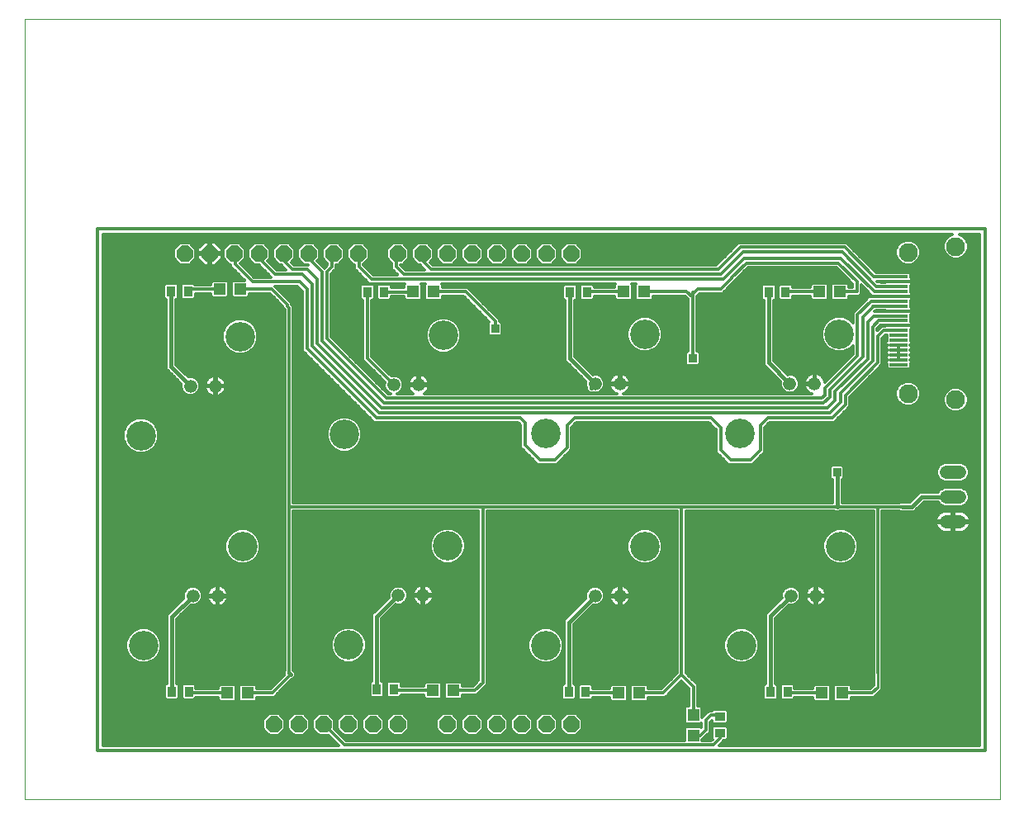
<source format=gtl>
G75*
%MOIN*%
%OFA0B0*%
%FSLAX24Y24*%
%IPPOS*%
%LPD*%
%AMOC8*
5,1,8,0,0,1.08239X$1,22.5*
%
%ADD10C,0.0000*%
%ADD11C,0.0120*%
%ADD12C,0.0526*%
%ADD13C,0.1187*%
%ADD14R,0.0748X0.0118*%
%ADD15C,0.0768*%
%ADD16R,0.0350X0.0420*%
%ADD17R,0.0420X0.0350*%
%ADD18OC8,0.0660*%
%ADD19C,0.0540*%
%ADD20R,0.0472X0.0472*%
%ADD21C,0.0160*%
%ADD22C,0.0100*%
%ADD23R,0.0356X0.0356*%
D10*
X005620Y000100D02*
X005620Y031596D01*
X044990Y031596D01*
X044990Y000100D01*
X005620Y000100D01*
D11*
X008572Y002069D02*
X008572Y023131D01*
X044399Y023131D01*
X044399Y002069D01*
X008572Y002069D01*
X008792Y002289D02*
X008792Y022911D01*
X043081Y022911D01*
X042933Y022850D01*
X042791Y022708D01*
X042714Y022523D01*
X042714Y022323D01*
X042791Y022137D01*
X042933Y021996D01*
X043118Y021919D01*
X043318Y021919D01*
X043504Y021996D01*
X043645Y022137D01*
X043722Y022323D01*
X043722Y022523D01*
X043645Y022708D01*
X043504Y022850D01*
X043355Y022911D01*
X044179Y022911D01*
X044179Y002289D01*
X033663Y002289D01*
X033853Y002479D01*
X033949Y002479D01*
X034020Y002549D01*
X034020Y002999D01*
X033949Y003069D01*
X033430Y003069D01*
X033360Y002999D01*
X033360Y002549D01*
X033387Y002522D01*
X033345Y002480D01*
X032976Y002480D01*
X032976Y002507D01*
X032981Y002507D01*
X033194Y002720D01*
X033300Y002825D01*
X033300Y003225D01*
X033360Y003286D01*
X033360Y003229D01*
X033430Y003159D01*
X033949Y003159D01*
X034020Y003229D01*
X034020Y003679D01*
X033949Y003749D01*
X033430Y003749D01*
X033361Y003680D01*
X033245Y003680D01*
X033140Y003575D01*
X032976Y003411D01*
X032976Y003799D01*
X032906Y003870D01*
X032800Y003870D01*
X032800Y004730D01*
X032325Y005204D01*
X032325Y011731D01*
X038317Y011731D01*
X038337Y011711D01*
X038503Y011711D01*
X038523Y011731D01*
X039889Y011731D01*
X039889Y005144D01*
X039899Y005134D01*
X039899Y004712D01*
X039766Y004580D01*
X038989Y004580D01*
X038989Y004686D01*
X038919Y004756D01*
X038347Y004756D01*
X038277Y004686D01*
X038277Y004114D01*
X038347Y004044D01*
X038919Y004044D01*
X038989Y004114D01*
X038989Y004220D01*
X039916Y004220D01*
X040249Y004553D01*
X040249Y004702D01*
X040239Y004712D01*
X040239Y005134D01*
X040249Y005144D01*
X040249Y011731D01*
X040950Y011731D01*
X040970Y011711D01*
X041529Y011711D01*
X041923Y012105D01*
X042495Y012105D01*
X042500Y012092D01*
X042610Y011982D01*
X042753Y011923D01*
X043449Y011923D01*
X043592Y011982D01*
X043702Y012092D01*
X043761Y012235D01*
X043761Y012390D01*
X043702Y012534D01*
X043592Y012643D01*
X043449Y012703D01*
X042753Y012703D01*
X042610Y012643D01*
X042500Y012534D01*
X042488Y012505D01*
X041757Y012505D01*
X041640Y012388D01*
X041364Y012111D01*
X040970Y012111D01*
X040950Y012091D01*
X038620Y012091D01*
X038620Y013002D01*
X038648Y013002D01*
X038718Y013072D01*
X038718Y013528D01*
X038648Y013598D01*
X038192Y013598D01*
X038122Y013528D01*
X038122Y013072D01*
X038192Y013002D01*
X038220Y013002D01*
X038220Y012091D01*
X016479Y012091D01*
X016479Y020017D01*
X016410Y020086D01*
X016410Y020155D01*
X016304Y020260D01*
X016290Y020260D01*
X015921Y020629D01*
X015921Y020643D01*
X015745Y020820D01*
X016645Y020820D01*
X016840Y020625D01*
X016840Y018225D01*
X016945Y018120D01*
X019745Y015320D01*
X025545Y015320D01*
X025640Y015225D01*
X025640Y014325D01*
X025745Y014220D01*
X026345Y013620D01*
X027094Y013620D01*
X027200Y013725D01*
X027700Y014225D01*
X027700Y015125D01*
X027894Y015320D01*
X033245Y015320D01*
X033540Y015025D01*
X033540Y014125D01*
X033645Y014020D01*
X034045Y013620D01*
X034994Y013620D01*
X035100Y013725D01*
X035500Y014125D01*
X035500Y015125D01*
X035694Y015320D01*
X038294Y015320D01*
X038400Y015425D01*
X038400Y015425D01*
X038834Y015860D01*
X038939Y015965D01*
X038939Y016354D01*
X040143Y017558D01*
X040249Y017663D01*
X040249Y018726D01*
X040379Y018857D01*
X040421Y018857D01*
X040421Y018612D01*
X040413Y018604D01*
X040392Y018567D01*
X040381Y018527D01*
X040381Y018446D01*
X040381Y018366D01*
X040386Y018348D01*
X040381Y018330D01*
X040381Y018250D01*
X040460Y018250D01*
X040460Y018250D01*
X040460Y018250D01*
X040381Y018250D01*
X040381Y018169D01*
X040386Y018151D01*
X040381Y018133D01*
X040381Y018053D01*
X040460Y018053D01*
X040460Y018053D01*
X040460Y018053D01*
X040381Y018053D01*
X040381Y017973D01*
X040386Y017954D01*
X040381Y017936D01*
X040381Y017856D01*
X040460Y017856D01*
X040381Y017856D01*
X040381Y017776D01*
X040392Y017735D01*
X040413Y017699D01*
X040421Y017691D01*
X040421Y017550D01*
X040491Y017480D01*
X041339Y017480D01*
X041409Y017550D01*
X041409Y017691D01*
X041417Y017699D01*
X041438Y017735D01*
X041449Y017776D01*
X041449Y017856D01*
X041449Y017936D01*
X041444Y017954D01*
X041449Y017973D01*
X041449Y018053D01*
X041449Y018133D01*
X041444Y018151D01*
X041449Y018169D01*
X041449Y018250D01*
X041449Y018330D01*
X041444Y018348D01*
X041449Y018366D01*
X041449Y018446D01*
X041370Y018446D01*
X041449Y018446D01*
X041449Y018527D01*
X041438Y018567D01*
X041417Y018604D01*
X041409Y018612D01*
X041409Y019069D01*
X041417Y019077D01*
X041438Y019113D01*
X041449Y019154D01*
X041449Y019234D01*
X041449Y019314D01*
X041438Y019355D01*
X041417Y019391D01*
X041409Y019399D01*
X041409Y019659D01*
X041417Y019667D01*
X041438Y019704D01*
X041449Y019744D01*
X041449Y019824D01*
X040915Y019824D01*
X040915Y019824D01*
X040381Y019824D01*
X040381Y019808D01*
X039952Y019808D01*
X039986Y019841D01*
X040381Y019841D01*
X040381Y019824D01*
X040915Y019824D01*
X040915Y019824D01*
X041449Y019824D01*
X041449Y019905D01*
X041438Y019945D01*
X041417Y019982D01*
X041409Y019990D01*
X041409Y020250D01*
X041417Y020258D01*
X041438Y020294D01*
X041449Y020335D01*
X041449Y020415D01*
X041449Y020495D01*
X041438Y020536D01*
X041417Y020572D01*
X041409Y020580D01*
X041409Y020840D01*
X041417Y020848D01*
X041438Y020885D01*
X041449Y020925D01*
X041449Y021006D01*
X041449Y021086D01*
X041438Y021126D01*
X041417Y021163D01*
X041409Y021171D01*
X041409Y021311D01*
X041339Y021381D01*
X040990Y021381D01*
X040990Y021382D01*
X039992Y021382D01*
X038900Y022475D01*
X038794Y022580D01*
X034445Y022580D01*
X033545Y021680D01*
X022094Y021680D01*
X021987Y021787D01*
X022150Y021951D01*
X022150Y022323D01*
X021886Y022587D01*
X021514Y022587D01*
X021250Y022323D01*
X021250Y021951D01*
X021514Y021687D01*
X021578Y021687D01*
X021645Y021620D01*
X021785Y021480D01*
X020994Y021480D01*
X020800Y021675D01*
X020800Y021687D01*
X020886Y021687D01*
X021150Y021951D01*
X021150Y022323D01*
X020886Y022587D01*
X020514Y022587D01*
X020250Y022323D01*
X020250Y021951D01*
X020440Y021761D01*
X020440Y021525D01*
X020545Y021420D01*
X020545Y021420D01*
X020685Y021280D01*
X019694Y021280D01*
X019300Y021675D01*
X019300Y021700D01*
X019550Y021951D01*
X019550Y022323D01*
X019286Y022587D01*
X018914Y022587D01*
X018650Y022323D01*
X018650Y021951D01*
X018914Y021687D01*
X018940Y021687D01*
X018940Y021525D01*
X019045Y021420D01*
X019545Y020920D01*
X020984Y020920D01*
X020950Y020886D01*
X020950Y020769D01*
X020436Y020769D01*
X020436Y020849D01*
X020366Y020919D01*
X019916Y020919D01*
X019846Y020849D01*
X019846Y020330D01*
X019916Y020259D01*
X020366Y020259D01*
X020436Y020330D01*
X020436Y020409D01*
X020950Y020409D01*
X020950Y020314D01*
X021020Y020244D01*
X021592Y020244D01*
X021663Y020314D01*
X021663Y020886D01*
X021628Y020920D01*
X021811Y020920D01*
X021777Y020886D01*
X021777Y020314D01*
X021847Y020244D01*
X022419Y020244D01*
X022489Y020314D01*
X022489Y020420D01*
X023345Y020420D01*
X024379Y019386D01*
X024322Y019328D01*
X024322Y018872D01*
X024392Y018802D01*
X024848Y018802D01*
X024918Y018872D01*
X024918Y019328D01*
X024848Y019398D01*
X024800Y019398D01*
X024800Y019475D01*
X024694Y019580D01*
X023494Y020780D01*
X022489Y020780D01*
X022489Y020886D01*
X022455Y020920D01*
X029484Y020920D01*
X029450Y020886D01*
X029450Y020780D01*
X028619Y020780D01*
X028619Y020841D01*
X028549Y020911D01*
X028100Y020911D01*
X028029Y020841D01*
X028029Y020321D01*
X028100Y020251D01*
X028549Y020251D01*
X028619Y020321D01*
X028619Y020420D01*
X029450Y020420D01*
X029450Y020314D01*
X029520Y020244D01*
X030092Y020244D01*
X030163Y020314D01*
X030163Y020886D01*
X030128Y020920D01*
X030311Y020920D01*
X030277Y020886D01*
X030277Y020314D01*
X030347Y020244D01*
X030919Y020244D01*
X030989Y020314D01*
X030989Y020420D01*
X032289Y020420D01*
X032408Y020301D01*
X032408Y018196D01*
X032360Y018196D01*
X032290Y018125D01*
X032290Y017670D01*
X032360Y017600D01*
X032816Y017600D01*
X032886Y017670D01*
X032886Y018125D01*
X032816Y018196D01*
X032768Y018196D01*
X032768Y020425D01*
X032863Y020520D01*
X033794Y020520D01*
X033900Y020625D01*
X034343Y021069D01*
X034343Y021088D01*
X034828Y021574D01*
X038392Y021574D01*
X039040Y020925D01*
X039040Y020780D01*
X038889Y020780D01*
X038889Y020886D01*
X038819Y020956D01*
X039009Y020956D01*
X039040Y020838D02*
X038889Y020838D01*
X038819Y020956D02*
X038247Y020956D01*
X037992Y020956D01*
X037420Y020956D01*
X034230Y020956D01*
X034343Y021075D02*
X038891Y021075D01*
X038772Y021193D02*
X034448Y021193D01*
X034566Y021312D02*
X038654Y021312D01*
X038535Y021430D02*
X034685Y021430D01*
X034803Y021549D02*
X038417Y021549D01*
X038466Y021754D02*
X034754Y021754D01*
X034163Y021163D01*
X034163Y021143D01*
X033720Y020700D01*
X032788Y020700D01*
X032588Y020500D01*
X032588Y020376D01*
X032341Y020622D01*
X032319Y020600D01*
X030633Y020600D01*
X030277Y020601D02*
X030163Y020601D01*
X030163Y020719D02*
X030277Y020719D01*
X030277Y020838D02*
X030163Y020838D01*
X030163Y020482D02*
X030277Y020482D01*
X030277Y020364D02*
X030163Y020364D01*
X030093Y020245D02*
X030346Y020245D01*
X030920Y020245D02*
X032408Y020245D01*
X032408Y020127D02*
X027844Y020127D01*
X027844Y020245D02*
X029519Y020245D01*
X029450Y020364D02*
X028619Y020364D01*
X028343Y020600D02*
X028324Y020581D01*
X028343Y020600D02*
X029806Y020600D01*
X029450Y020838D02*
X028619Y020838D01*
X028029Y020838D02*
X027939Y020838D01*
X027939Y020841D02*
X027869Y020911D01*
X027420Y020911D01*
X027349Y020841D01*
X027349Y020321D01*
X027420Y020251D01*
X027444Y020251D01*
X027444Y017815D01*
X028283Y016976D01*
X028276Y016960D01*
X028276Y016807D01*
X028298Y016756D01*
X028298Y016639D01*
X028415Y016522D01*
X028531Y016522D01*
X028583Y016501D01*
X028735Y016501D01*
X028876Y016559D01*
X028984Y016667D01*
X029042Y016807D01*
X029042Y016960D01*
X028984Y017100D01*
X028876Y017208D01*
X028735Y017266D01*
X028583Y017266D01*
X028566Y017259D01*
X027844Y017981D01*
X027844Y020251D01*
X027869Y020251D01*
X027939Y020321D01*
X027939Y020841D01*
X027939Y020719D02*
X028029Y020719D01*
X028029Y020601D02*
X027939Y020601D01*
X027939Y020482D02*
X028029Y020482D01*
X028029Y020364D02*
X027939Y020364D01*
X027844Y020008D02*
X032408Y020008D01*
X032408Y019890D02*
X027844Y019890D01*
X027844Y019771D02*
X032408Y019771D01*
X032408Y019653D02*
X027844Y019653D01*
X027844Y019534D02*
X030365Y019534D01*
X030255Y019488D02*
X030054Y019288D01*
X029946Y019025D01*
X029946Y018741D01*
X030054Y018479D01*
X030255Y018279D01*
X030517Y018170D01*
X030801Y018170D01*
X031063Y018279D01*
X031264Y018479D01*
X031373Y018741D01*
X031373Y019025D01*
X031264Y019288D01*
X031063Y019488D01*
X030801Y019597D01*
X030517Y019597D01*
X030255Y019488D01*
X030182Y019416D02*
X027844Y019416D01*
X027844Y019297D02*
X030064Y019297D01*
X030009Y019179D02*
X027844Y019179D01*
X027844Y019060D02*
X029960Y019060D01*
X029946Y018942D02*
X027844Y018942D01*
X027844Y018823D02*
X029946Y018823D01*
X029961Y018705D02*
X027844Y018705D01*
X027844Y018586D02*
X030010Y018586D01*
X030066Y018468D02*
X027844Y018468D01*
X027844Y018349D02*
X030184Y018349D01*
X030371Y018231D02*
X027844Y018231D01*
X027844Y018112D02*
X032290Y018112D01*
X032290Y017994D02*
X027844Y017994D01*
X027950Y017875D02*
X032290Y017875D01*
X032290Y017757D02*
X028069Y017757D01*
X028187Y017638D02*
X032322Y017638D01*
X032588Y017898D02*
X032588Y020376D01*
X032588Y020500D02*
X032588Y020572D01*
X032825Y020482D02*
X035370Y020482D01*
X035370Y020364D02*
X032768Y020364D01*
X032768Y020245D02*
X035465Y020245D01*
X035465Y020251D02*
X035465Y017651D01*
X036140Y016976D01*
X036133Y016960D01*
X036133Y016807D01*
X036191Y016667D01*
X036299Y016559D01*
X036439Y016501D01*
X036591Y016501D01*
X036732Y016559D01*
X036840Y016667D01*
X036898Y016807D01*
X036898Y016960D01*
X036840Y017100D01*
X036732Y017208D01*
X036591Y017266D01*
X036439Y017266D01*
X036422Y017259D01*
X035865Y017817D01*
X035865Y020251D01*
X035890Y020251D01*
X035960Y020321D01*
X035960Y020841D01*
X035890Y020911D01*
X035440Y020911D01*
X035370Y020841D01*
X035370Y020321D01*
X035440Y020251D01*
X035465Y020251D01*
X035465Y020127D02*
X032768Y020127D01*
X032768Y020008D02*
X035465Y020008D01*
X035465Y019890D02*
X032768Y019890D01*
X032768Y019771D02*
X035465Y019771D01*
X035465Y019653D02*
X032768Y019653D01*
X032768Y019534D02*
X035465Y019534D01*
X035465Y019416D02*
X032768Y019416D01*
X032768Y019297D02*
X035465Y019297D01*
X035465Y019179D02*
X032768Y019179D01*
X032768Y019060D02*
X035465Y019060D01*
X035465Y018942D02*
X032768Y018942D01*
X032768Y018823D02*
X035465Y018823D01*
X035465Y018705D02*
X032768Y018705D01*
X032768Y018586D02*
X035465Y018586D01*
X035465Y018468D02*
X032768Y018468D01*
X032768Y018349D02*
X035465Y018349D01*
X035465Y018231D02*
X032768Y018231D01*
X032886Y018112D02*
X035465Y018112D01*
X035465Y017994D02*
X032886Y017994D01*
X032886Y017875D02*
X035465Y017875D01*
X035465Y017757D02*
X032886Y017757D01*
X032855Y017638D02*
X035478Y017638D01*
X035596Y017520D02*
X028306Y017520D01*
X028424Y017401D02*
X035715Y017401D01*
X035833Y017283D02*
X029799Y017283D01*
X029821Y017275D02*
X029758Y017296D01*
X029692Y017306D01*
X029687Y017306D01*
X029687Y016911D01*
X030082Y016911D01*
X030082Y016917D01*
X030071Y016982D01*
X030051Y017046D01*
X030021Y017105D01*
X029982Y017159D01*
X029934Y017206D01*
X029881Y017245D01*
X029821Y017275D01*
X029687Y017283D02*
X029631Y017283D01*
X029631Y017306D02*
X029626Y017306D01*
X029560Y017296D01*
X029497Y017275D01*
X029437Y017245D01*
X029384Y017206D01*
X029337Y017159D01*
X029297Y017105D01*
X029267Y017046D01*
X029247Y016982D01*
X029236Y016917D01*
X029236Y016911D01*
X029631Y016911D01*
X029631Y016856D01*
X029236Y016856D01*
X029236Y016850D01*
X029247Y016784D01*
X029267Y016721D01*
X029297Y016662D01*
X029337Y016608D01*
X029384Y016561D01*
X029437Y016522D01*
X029497Y016492D01*
X029532Y016480D01*
X021757Y016480D01*
X021809Y016518D01*
X021857Y016565D01*
X021896Y016619D01*
X021926Y016678D01*
X021946Y016741D01*
X021957Y016807D01*
X021957Y016813D01*
X021562Y016813D01*
X021562Y016868D01*
X021957Y016868D01*
X021957Y016874D01*
X021946Y016939D01*
X021926Y017003D01*
X021896Y017062D01*
X021857Y017116D01*
X021809Y017163D01*
X021756Y017202D01*
X021696Y017232D01*
X021633Y017253D01*
X021567Y017263D01*
X021562Y017263D01*
X021562Y016868D01*
X021506Y016868D01*
X021506Y016813D01*
X021111Y016813D01*
X021111Y016807D01*
X021122Y016741D01*
X021142Y016678D01*
X021172Y016619D01*
X021212Y016565D01*
X021259Y016518D01*
X021311Y016480D01*
X020664Y016480D01*
X020751Y016516D01*
X020859Y016623D01*
X020917Y016764D01*
X020917Y016916D01*
X020859Y017057D01*
X020751Y017165D01*
X020610Y017223D01*
X020458Y017223D01*
X020421Y017208D01*
X019641Y017988D01*
X019641Y020259D01*
X019686Y020259D01*
X019756Y020330D01*
X019756Y020849D01*
X019686Y020919D01*
X019236Y020919D01*
X019166Y020849D01*
X019166Y020330D01*
X019236Y020259D01*
X019281Y020259D01*
X019281Y017839D01*
X020166Y016953D01*
X020151Y016916D01*
X020151Y016764D01*
X020209Y016623D01*
X020317Y016516D01*
X020404Y016480D01*
X020294Y016480D01*
X018000Y018775D01*
X018000Y021325D01*
X018094Y021420D01*
X018200Y021525D01*
X018200Y021687D01*
X018286Y021687D01*
X018550Y021951D01*
X018550Y022323D01*
X018286Y022587D01*
X017914Y022587D01*
X017650Y022323D01*
X017650Y021951D01*
X017840Y021761D01*
X017840Y021675D01*
X017720Y021555D01*
X017437Y021837D01*
X017550Y021951D01*
X017550Y022323D01*
X017286Y022587D01*
X016914Y022587D01*
X016650Y022323D01*
X016650Y021951D01*
X016914Y021687D01*
X017078Y021687D01*
X017085Y021680D01*
X016494Y021680D01*
X016387Y021787D01*
X016550Y021951D01*
X016550Y022323D01*
X016286Y022587D01*
X015914Y022587D01*
X015650Y022323D01*
X015650Y021951D01*
X015914Y021687D01*
X015978Y021687D01*
X016045Y021620D01*
X016185Y021480D01*
X015794Y021480D01*
X015437Y021837D01*
X015550Y021951D01*
X015550Y022323D01*
X015286Y022587D01*
X014914Y022587D01*
X014650Y022323D01*
X014650Y021951D01*
X014914Y021687D01*
X015078Y021687D01*
X015585Y021180D01*
X014894Y021180D01*
X014337Y021737D01*
X014550Y021951D01*
X014550Y022323D01*
X014286Y022587D01*
X013914Y022587D01*
X013650Y022323D01*
X013650Y021951D01*
X013914Y021687D01*
X013940Y021687D01*
X013940Y021625D01*
X014045Y021520D01*
X014509Y021056D01*
X014047Y021056D01*
X013977Y020986D01*
X013977Y020414D01*
X014047Y020344D01*
X014619Y020344D01*
X014689Y020414D01*
X014689Y020520D01*
X015536Y020520D01*
X015667Y020389D01*
X015681Y020389D01*
X016050Y020020D01*
X016050Y019937D01*
X016119Y019868D01*
X016119Y005301D01*
X016099Y005281D01*
X016099Y005125D01*
X015554Y004580D01*
X014989Y004580D01*
X014989Y004686D01*
X014919Y004756D01*
X014347Y004756D01*
X014277Y004686D01*
X014277Y004114D01*
X014347Y004044D01*
X014919Y004044D01*
X014989Y004114D01*
X014989Y004220D01*
X015703Y004220D01*
X015808Y004325D01*
X016417Y004934D01*
X016446Y004934D01*
X016563Y005052D01*
X016563Y005217D01*
X016479Y005301D01*
X016479Y011731D01*
X023944Y011731D01*
X023944Y004899D01*
X023725Y004680D01*
X023289Y004680D01*
X023289Y004786D01*
X023219Y004856D01*
X022647Y004856D01*
X022577Y004786D01*
X022577Y004214D01*
X022647Y004144D01*
X023219Y004144D01*
X023289Y004214D01*
X023289Y004320D01*
X023874Y004320D01*
X024304Y004750D01*
X024304Y011731D01*
X031965Y011731D01*
X031965Y005204D01*
X031341Y004580D01*
X030789Y004580D01*
X030789Y004686D01*
X030719Y004756D01*
X030147Y004756D01*
X030077Y004686D01*
X030077Y004114D01*
X030147Y004044D01*
X030719Y004044D01*
X030789Y004114D01*
X030789Y004220D01*
X031490Y004220D01*
X032145Y004875D01*
X032440Y004581D01*
X032440Y003870D01*
X032334Y003870D01*
X032263Y003799D01*
X032263Y003227D01*
X032334Y003157D01*
X032906Y003157D01*
X032940Y003191D01*
X032940Y003009D01*
X032906Y003043D01*
X032334Y003043D01*
X032263Y002973D01*
X032263Y002480D01*
X018612Y002480D01*
X018145Y002946D01*
X018150Y002951D01*
X018150Y003323D01*
X017886Y003587D01*
X017514Y003587D01*
X017250Y003323D01*
X017250Y002951D01*
X017514Y002687D01*
X017886Y002687D01*
X017891Y002692D01*
X018294Y002289D01*
X008792Y002289D01*
X008792Y002352D02*
X018231Y002352D01*
X018112Y002470D02*
X008792Y002470D01*
X008792Y002589D02*
X017994Y002589D01*
X018266Y002826D02*
X018375Y002826D01*
X018385Y002707D02*
X018494Y002707D01*
X018514Y002687D02*
X018250Y002951D01*
X018250Y003323D01*
X018514Y003587D01*
X018886Y003587D01*
X019150Y003323D01*
X019150Y002951D01*
X018886Y002687D01*
X018514Y002687D01*
X018503Y002589D02*
X032263Y002589D01*
X032263Y002707D02*
X027906Y002707D01*
X027886Y002687D02*
X028150Y002951D01*
X028150Y003323D01*
X027886Y003587D01*
X027514Y003587D01*
X027250Y003323D01*
X027250Y002951D01*
X027514Y002687D01*
X027886Y002687D01*
X028025Y002826D02*
X032263Y002826D01*
X032263Y002944D02*
X028143Y002944D01*
X028150Y003063D02*
X032940Y003063D01*
X032929Y003181D02*
X032940Y003181D01*
X033120Y003300D02*
X033120Y002900D01*
X032906Y002687D01*
X032620Y002687D01*
X033063Y002589D02*
X033360Y002589D01*
X033360Y002707D02*
X033181Y002707D01*
X033300Y002826D02*
X033360Y002826D01*
X033360Y002944D02*
X033300Y002944D01*
X033300Y003063D02*
X033423Y003063D01*
X033408Y003181D02*
X033300Y003181D01*
X033120Y003300D02*
X033320Y003500D01*
X033644Y003500D01*
X033690Y003454D01*
X034020Y003418D02*
X044179Y003418D01*
X044179Y003300D02*
X034020Y003300D01*
X033971Y003181D02*
X044179Y003181D01*
X044179Y003063D02*
X033956Y003063D01*
X034020Y002944D02*
X044179Y002944D01*
X044179Y002826D02*
X034020Y002826D01*
X034020Y002707D02*
X044179Y002707D01*
X044179Y002589D02*
X034020Y002589D01*
X033844Y002470D02*
X044179Y002470D01*
X044179Y002352D02*
X033726Y002352D01*
X033690Y002570D02*
X033420Y002300D01*
X018537Y002300D01*
X017700Y003137D01*
X017375Y002826D02*
X017025Y002826D01*
X017143Y002944D02*
X017257Y002944D01*
X017150Y002951D02*
X016886Y002687D01*
X016514Y002687D01*
X016250Y002951D01*
X016250Y003323D01*
X016514Y003587D01*
X016886Y003587D01*
X017150Y003323D01*
X017150Y002951D01*
X017150Y003063D02*
X017250Y003063D01*
X017250Y003181D02*
X017150Y003181D01*
X017150Y003300D02*
X017250Y003300D01*
X017345Y003418D02*
X017055Y003418D01*
X016937Y003537D02*
X017463Y003537D01*
X017937Y003537D02*
X018463Y003537D01*
X018345Y003418D02*
X018055Y003418D01*
X018150Y003300D02*
X018250Y003300D01*
X018250Y003181D02*
X018150Y003181D01*
X018150Y003063D02*
X018250Y003063D01*
X018257Y002944D02*
X018148Y002944D01*
X018906Y002707D02*
X019494Y002707D01*
X019514Y002687D02*
X019886Y002687D01*
X020150Y002951D01*
X020150Y003323D01*
X019886Y003587D01*
X019514Y003587D01*
X019250Y003323D01*
X019250Y002951D01*
X019514Y002687D01*
X019375Y002826D02*
X019025Y002826D01*
X019143Y002944D02*
X019257Y002944D01*
X019250Y003063D02*
X019150Y003063D01*
X019150Y003181D02*
X019250Y003181D01*
X019250Y003300D02*
X019150Y003300D01*
X019055Y003418D02*
X019345Y003418D01*
X019463Y003537D02*
X018937Y003537D01*
X019625Y004224D02*
X020074Y004224D01*
X020145Y004294D01*
X020145Y004814D01*
X020074Y004884D01*
X020050Y004884D01*
X020050Y007397D01*
X020618Y007966D01*
X020635Y007959D01*
X020788Y007959D01*
X020928Y008017D01*
X021036Y008125D01*
X021094Y008266D01*
X021094Y008418D01*
X021036Y008559D01*
X020928Y008666D01*
X020788Y008725D01*
X020635Y008725D01*
X020495Y008666D01*
X020387Y008559D01*
X020329Y008418D01*
X020329Y008266D01*
X020336Y008249D01*
X019650Y007563D01*
X019650Y004884D01*
X019625Y004884D01*
X019555Y004814D01*
X019555Y004294D01*
X019625Y004224D01*
X019601Y004248D02*
X015730Y004248D01*
X015849Y004366D02*
X019555Y004366D01*
X019555Y004485D02*
X015967Y004485D01*
X016086Y004603D02*
X019555Y004603D01*
X019555Y004722D02*
X016204Y004722D01*
X016323Y004840D02*
X019581Y004840D01*
X019650Y004959D02*
X016470Y004959D01*
X016563Y005077D02*
X019650Y005077D01*
X019650Y005196D02*
X016563Y005196D01*
X016479Y005314D02*
X019650Y005314D01*
X019650Y005433D02*
X016479Y005433D01*
X016479Y005551D02*
X019650Y005551D01*
X019650Y005670D02*
X018953Y005670D01*
X018853Y005628D02*
X019116Y005737D01*
X019316Y005938D01*
X019425Y006200D01*
X019425Y006484D01*
X019316Y006746D01*
X019116Y006947D01*
X018853Y007055D01*
X018569Y007055D01*
X018307Y006947D01*
X018107Y006746D01*
X017998Y006484D01*
X017998Y006200D01*
X018107Y005938D01*
X018307Y005737D01*
X018569Y005628D01*
X018853Y005628D01*
X019167Y005788D02*
X019650Y005788D01*
X019650Y005907D02*
X019285Y005907D01*
X019353Y006025D02*
X019650Y006025D01*
X019650Y006144D02*
X019402Y006144D01*
X019425Y006262D02*
X019650Y006262D01*
X019650Y006381D02*
X019425Y006381D01*
X019419Y006499D02*
X019650Y006499D01*
X019650Y006618D02*
X019369Y006618D01*
X019320Y006736D02*
X019650Y006736D01*
X019650Y006855D02*
X019208Y006855D01*
X019052Y006973D02*
X019650Y006973D01*
X019650Y007092D02*
X016479Y007092D01*
X016479Y007210D02*
X019650Y007210D01*
X019650Y007329D02*
X016479Y007329D01*
X016479Y007447D02*
X019650Y007447D01*
X019652Y007566D02*
X016479Y007566D01*
X016479Y007684D02*
X019771Y007684D01*
X019889Y007803D02*
X016479Y007803D01*
X016479Y007921D02*
X020008Y007921D01*
X020126Y008040D02*
X016479Y008040D01*
X016479Y008158D02*
X020245Y008158D01*
X020329Y008277D02*
X016479Y008277D01*
X016479Y008395D02*
X020329Y008395D01*
X020368Y008514D02*
X016479Y008514D01*
X016479Y008632D02*
X020460Y008632D01*
X020962Y008632D02*
X021404Y008632D01*
X021389Y008617D02*
X021350Y008563D01*
X021320Y008504D01*
X021299Y008441D01*
X021289Y008375D01*
X021289Y008369D01*
X021684Y008369D01*
X021684Y008314D01*
X021739Y008314D01*
X021739Y007919D01*
X021745Y007919D01*
X021810Y007929D01*
X021874Y007950D01*
X021933Y007980D01*
X021987Y008019D01*
X022034Y008066D01*
X022073Y008120D01*
X022103Y008179D01*
X022124Y008243D01*
X022134Y008308D01*
X022134Y008314D01*
X021739Y008314D01*
X021739Y008369D01*
X022134Y008369D01*
X022134Y008375D01*
X022124Y008441D01*
X022103Y008504D01*
X022073Y008563D01*
X022034Y008617D01*
X021987Y008664D01*
X021933Y008703D01*
X021874Y008734D01*
X021810Y008754D01*
X021745Y008765D01*
X021739Y008765D01*
X021739Y008369D01*
X021684Y008369D01*
X021684Y008765D01*
X021678Y008765D01*
X021612Y008754D01*
X021549Y008734D01*
X021490Y008703D01*
X021436Y008664D01*
X021389Y008617D01*
X021324Y008514D02*
X021055Y008514D01*
X021094Y008395D02*
X021292Y008395D01*
X021289Y008314D02*
X021289Y008308D01*
X021299Y008243D01*
X021320Y008179D01*
X021350Y008120D01*
X021389Y008066D01*
X021436Y008019D01*
X021490Y007980D01*
X021549Y007950D01*
X021612Y007929D01*
X021678Y007919D01*
X021684Y007919D01*
X021684Y008314D01*
X021289Y008314D01*
X021294Y008277D02*
X021094Y008277D01*
X021050Y008158D02*
X021331Y008158D01*
X021416Y008040D02*
X020951Y008040D01*
X020574Y007921D02*
X021665Y007921D01*
X021684Y007921D02*
X021739Y007921D01*
X021758Y007921D02*
X023944Y007921D01*
X023944Y007803D02*
X020455Y007803D01*
X020337Y007684D02*
X023944Y007684D01*
X023944Y007566D02*
X020218Y007566D01*
X020100Y007447D02*
X023944Y007447D01*
X023944Y007329D02*
X020050Y007329D01*
X020050Y007210D02*
X023944Y007210D01*
X023944Y007092D02*
X020050Y007092D01*
X020050Y006973D02*
X023944Y006973D01*
X023944Y006855D02*
X020050Y006855D01*
X020050Y006736D02*
X023944Y006736D01*
X023944Y006618D02*
X020050Y006618D01*
X020050Y006499D02*
X023944Y006499D01*
X023944Y006381D02*
X020050Y006381D01*
X020050Y006262D02*
X023944Y006262D01*
X023944Y006144D02*
X020050Y006144D01*
X020050Y006025D02*
X023944Y006025D01*
X023944Y005907D02*
X020050Y005907D01*
X020050Y005788D02*
X023944Y005788D01*
X023944Y005670D02*
X020050Y005670D01*
X020050Y005551D02*
X023944Y005551D01*
X023944Y005433D02*
X020050Y005433D01*
X020050Y005314D02*
X023944Y005314D01*
X023944Y005196D02*
X020050Y005196D01*
X020050Y005077D02*
X023944Y005077D01*
X023944Y004959D02*
X020050Y004959D01*
X020118Y004840D02*
X020261Y004840D01*
X020235Y004814D02*
X020305Y004884D01*
X020754Y004884D01*
X020825Y004814D01*
X020825Y004680D01*
X021750Y004680D01*
X021750Y004786D01*
X021820Y004856D01*
X022392Y004856D01*
X022463Y004786D01*
X022463Y004214D01*
X022392Y004144D01*
X021820Y004144D01*
X021750Y004214D01*
X021750Y004320D01*
X020825Y004320D01*
X020825Y004294D01*
X020754Y004224D01*
X020305Y004224D01*
X020235Y004294D01*
X020235Y004814D01*
X020235Y004722D02*
X020145Y004722D01*
X020145Y004603D02*
X020235Y004603D01*
X020235Y004485D02*
X020145Y004485D01*
X020145Y004366D02*
X020235Y004366D01*
X020281Y004248D02*
X020098Y004248D01*
X020530Y004554D02*
X020584Y004500D01*
X022106Y004500D01*
X022463Y004485D02*
X022577Y004485D01*
X022577Y004603D02*
X022463Y004603D01*
X022463Y004722D02*
X022577Y004722D01*
X022631Y004840D02*
X022408Y004840D01*
X021804Y004840D02*
X020798Y004840D01*
X020825Y004722D02*
X021750Y004722D01*
X021750Y004248D02*
X020778Y004248D01*
X020886Y003587D02*
X020514Y003587D01*
X020250Y003323D01*
X020250Y002951D01*
X020514Y002687D01*
X020886Y002687D01*
X021150Y002951D01*
X021150Y003323D01*
X020886Y003587D01*
X020937Y003537D02*
X022463Y003537D01*
X022514Y003587D02*
X022250Y003323D01*
X022250Y002951D01*
X022514Y002687D01*
X022886Y002687D01*
X023150Y002951D01*
X023150Y003323D01*
X022886Y003587D01*
X022514Y003587D01*
X022345Y003418D02*
X021055Y003418D01*
X021150Y003300D02*
X022250Y003300D01*
X022250Y003181D02*
X021150Y003181D01*
X021150Y003063D02*
X022250Y003063D01*
X022257Y002944D02*
X021143Y002944D01*
X021025Y002826D02*
X022375Y002826D01*
X022494Y002707D02*
X020906Y002707D01*
X020494Y002707D02*
X019906Y002707D01*
X020025Y002826D02*
X020375Y002826D01*
X020257Y002944D02*
X020143Y002944D01*
X020150Y003063D02*
X020250Y003063D01*
X020250Y003181D02*
X020150Y003181D01*
X020150Y003300D02*
X020250Y003300D01*
X020345Y003418D02*
X020055Y003418D01*
X019937Y003537D02*
X020463Y003537D01*
X022463Y004248D02*
X022577Y004248D01*
X022577Y004366D02*
X022463Y004366D01*
X022933Y004500D02*
X023799Y004500D01*
X024124Y004824D01*
X024124Y011911D01*
X032145Y011911D01*
X038420Y011911D01*
X040069Y011911D01*
X041053Y011911D01*
X040968Y011713D02*
X040249Y011713D01*
X040249Y011595D02*
X042505Y011595D01*
X042503Y011593D02*
X042463Y011538D01*
X042432Y011478D01*
X042412Y011413D01*
X042401Y011346D01*
X042401Y011343D01*
X043071Y011343D01*
X043071Y011743D01*
X042797Y011743D01*
X042730Y011732D01*
X042666Y011711D01*
X042606Y011680D01*
X042551Y011641D01*
X042503Y011593D01*
X042432Y011476D02*
X040249Y011476D01*
X040249Y011358D02*
X042403Y011358D01*
X042401Y011283D02*
X042401Y011279D01*
X042412Y011212D01*
X042432Y011148D01*
X042463Y011087D01*
X042503Y011032D01*
X042551Y010985D01*
X042606Y010945D01*
X042666Y010914D01*
X042730Y010893D01*
X042797Y010883D01*
X043071Y010883D01*
X043071Y011283D01*
X042401Y011283D01*
X042407Y011239D02*
X040249Y011239D01*
X040249Y011121D02*
X042446Y011121D01*
X042533Y011002D02*
X040249Y011002D01*
X040249Y010884D02*
X042791Y010884D01*
X043071Y010884D02*
X043131Y010884D01*
X043131Y010883D02*
X043405Y010883D01*
X043472Y010893D01*
X043536Y010914D01*
X043596Y010945D01*
X043651Y010985D01*
X043699Y011032D01*
X043739Y011087D01*
X043769Y011148D01*
X043790Y011212D01*
X043801Y011279D01*
X043801Y011283D01*
X043131Y011283D01*
X043131Y011343D01*
X043071Y011343D01*
X043071Y011283D01*
X043131Y011283D01*
X043131Y010883D01*
X043131Y011002D02*
X043071Y011002D01*
X043071Y011121D02*
X043131Y011121D01*
X043131Y011239D02*
X043071Y011239D01*
X043071Y011358D02*
X043131Y011358D01*
X043131Y011343D02*
X043131Y011743D01*
X043405Y011743D01*
X043472Y011732D01*
X043536Y011711D01*
X043596Y011680D01*
X043651Y011641D01*
X043699Y011593D01*
X043739Y011538D01*
X043769Y011478D01*
X043790Y011413D01*
X043801Y011346D01*
X043801Y011343D01*
X043131Y011343D01*
X043131Y011476D02*
X043071Y011476D01*
X043071Y011595D02*
X043131Y011595D01*
X043131Y011713D02*
X043071Y011713D01*
X042672Y011713D02*
X041531Y011713D01*
X041650Y011832D02*
X044179Y011832D01*
X044179Y011950D02*
X043515Y011950D01*
X043678Y012069D02*
X044179Y012069D01*
X044179Y012187D02*
X043741Y012187D01*
X043761Y012306D02*
X044179Y012306D01*
X044179Y012424D02*
X043747Y012424D01*
X043693Y012543D02*
X044179Y012543D01*
X044179Y012661D02*
X043549Y012661D01*
X043449Y012923D02*
X043592Y012982D01*
X043702Y013092D01*
X043761Y013235D01*
X043761Y013390D01*
X043702Y013534D01*
X043592Y013643D01*
X043449Y013703D01*
X042753Y013703D01*
X042610Y013643D01*
X042500Y013534D01*
X042441Y013390D01*
X042441Y013235D01*
X042500Y013092D01*
X042610Y012982D01*
X042753Y012923D01*
X043449Y012923D01*
X043626Y013017D02*
X044179Y013017D01*
X044179Y013135D02*
X043720Y013135D01*
X043761Y013254D02*
X044179Y013254D01*
X044179Y013372D02*
X043761Y013372D01*
X043719Y013491D02*
X044179Y013491D01*
X044179Y013609D02*
X043626Y013609D01*
X044179Y013728D02*
X035102Y013728D01*
X035220Y013846D02*
X044179Y013846D01*
X044179Y013965D02*
X035339Y013965D01*
X035457Y014083D02*
X044179Y014083D01*
X044179Y014202D02*
X035500Y014202D01*
X035500Y014320D02*
X044179Y014320D01*
X044179Y014439D02*
X035500Y014439D01*
X035500Y014557D02*
X044179Y014557D01*
X044179Y014676D02*
X035500Y014676D01*
X035500Y014794D02*
X044179Y014794D01*
X044179Y014913D02*
X035500Y014913D01*
X035500Y015031D02*
X044179Y015031D01*
X044179Y015150D02*
X035524Y015150D01*
X035642Y015268D02*
X044179Y015268D01*
X044179Y015387D02*
X038361Y015387D01*
X038479Y015505D02*
X044179Y015505D01*
X044179Y015624D02*
X038598Y015624D01*
X038716Y015742D02*
X043108Y015742D01*
X043118Y015738D02*
X043318Y015738D01*
X043504Y015815D01*
X043645Y015956D01*
X043722Y016142D01*
X043722Y016342D01*
X043645Y016527D01*
X043504Y016669D01*
X043318Y016746D01*
X043118Y016746D01*
X042933Y016669D01*
X042791Y016527D01*
X042714Y016342D01*
X042714Y016142D01*
X042791Y015956D01*
X042933Y015815D01*
X043118Y015738D01*
X043328Y015742D02*
X044179Y015742D01*
X044179Y015861D02*
X043549Y015861D01*
X043655Y015979D02*
X044179Y015979D01*
X044179Y016098D02*
X043704Y016098D01*
X043722Y016216D02*
X044179Y016216D01*
X044179Y016335D02*
X043722Y016335D01*
X043676Y016453D02*
X044179Y016453D01*
X044179Y016572D02*
X043601Y016572D01*
X043452Y016690D02*
X044179Y016690D01*
X044179Y016809D02*
X041671Y016809D01*
X041716Y016763D02*
X041574Y016905D01*
X041389Y016982D01*
X041189Y016982D01*
X041004Y016905D01*
X040862Y016763D01*
X040785Y016578D01*
X040785Y016378D01*
X040862Y016193D01*
X041004Y016051D01*
X041189Y015974D01*
X041389Y015974D01*
X041574Y016051D01*
X041716Y016193D01*
X041793Y016378D01*
X041793Y016578D01*
X041716Y016763D01*
X041747Y016690D02*
X042984Y016690D01*
X042835Y016572D02*
X041793Y016572D01*
X041793Y016453D02*
X042760Y016453D01*
X042714Y016335D02*
X041775Y016335D01*
X041726Y016216D02*
X042714Y016216D01*
X042732Y016098D02*
X041621Y016098D01*
X041401Y015979D02*
X042782Y015979D01*
X042887Y015861D02*
X038835Y015861D01*
X038834Y015860D02*
X038834Y015860D01*
X038939Y015979D02*
X041177Y015979D01*
X040957Y016098D02*
X038939Y016098D01*
X038939Y016216D02*
X040852Y016216D01*
X040803Y016335D02*
X038939Y016335D01*
X039038Y016453D02*
X040785Y016453D01*
X040785Y016572D02*
X039157Y016572D01*
X039275Y016690D02*
X040831Y016690D01*
X040907Y016809D02*
X039394Y016809D01*
X039512Y016927D02*
X041057Y016927D01*
X041521Y016927D02*
X044179Y016927D01*
X044179Y017046D02*
X039631Y017046D01*
X039749Y017164D02*
X044179Y017164D01*
X044179Y017283D02*
X039868Y017283D01*
X039986Y017401D02*
X044179Y017401D01*
X044179Y017520D02*
X041378Y017520D01*
X041409Y017638D02*
X044179Y017638D01*
X044179Y017757D02*
X041444Y017757D01*
X041449Y017856D02*
X041370Y017856D01*
X041370Y017856D01*
X041449Y017856D01*
X041449Y017875D02*
X044179Y017875D01*
X044179Y017994D02*
X041449Y017994D01*
X041449Y018053D02*
X041370Y018053D01*
X041370Y018053D01*
X041370Y018053D01*
X041449Y018053D01*
X041449Y018112D02*
X044179Y018112D01*
X044179Y018231D02*
X041449Y018231D01*
X041449Y018250D02*
X041370Y018250D01*
X041370Y018250D01*
X041370Y018250D01*
X041449Y018250D01*
X041444Y018349D02*
X044179Y018349D01*
X044179Y018468D02*
X041449Y018468D01*
X041370Y018446D02*
X041370Y018446D01*
X041427Y018586D02*
X044179Y018586D01*
X044179Y018705D02*
X041409Y018705D01*
X041409Y018823D02*
X044179Y018823D01*
X044179Y018942D02*
X041409Y018942D01*
X041409Y019060D02*
X044179Y019060D01*
X044179Y019179D02*
X041449Y019179D01*
X041449Y019234D02*
X040915Y019234D01*
X041449Y019234D01*
X041449Y019297D02*
X044179Y019297D01*
X044179Y019416D02*
X041409Y019416D01*
X041409Y019534D02*
X044179Y019534D01*
X044179Y019653D02*
X041409Y019653D01*
X041449Y019771D02*
X044179Y019771D01*
X044179Y019890D02*
X041449Y019890D01*
X041409Y020008D02*
X044179Y020008D01*
X044179Y020127D02*
X041409Y020127D01*
X041409Y020245D02*
X044179Y020245D01*
X044179Y020364D02*
X041449Y020364D01*
X041449Y020415D02*
X040915Y020415D01*
X041449Y020415D01*
X041449Y020482D02*
X044179Y020482D01*
X044179Y020601D02*
X041409Y020601D01*
X041409Y020719D02*
X044179Y020719D01*
X044179Y020838D02*
X041409Y020838D01*
X041449Y020956D02*
X044179Y020956D01*
X044179Y021075D02*
X041449Y021075D01*
X041449Y021006D02*
X040915Y021006D01*
X040915Y021006D01*
X040915Y021006D01*
X040381Y021006D01*
X040381Y021022D01*
X040052Y021022D01*
X040073Y021002D01*
X040173Y021002D01*
X040186Y020989D01*
X040381Y020989D01*
X040381Y021006D01*
X040915Y021006D01*
X041449Y021006D01*
X041409Y021193D02*
X044179Y021193D01*
X044179Y021312D02*
X041409Y021312D01*
X041389Y021683D02*
X041574Y021759D01*
X041716Y021901D01*
X041793Y022086D01*
X041793Y022287D01*
X041716Y022472D01*
X041574Y022614D01*
X041389Y022690D01*
X041189Y022690D01*
X041004Y022614D01*
X040862Y022472D01*
X040785Y022287D01*
X040785Y022086D01*
X040862Y021901D01*
X041004Y021759D01*
X041189Y021683D01*
X041389Y021683D01*
X041600Y021786D02*
X044179Y021786D01*
X044179Y021904D02*
X041717Y021904D01*
X041766Y022023D02*
X042906Y022023D01*
X042789Y022141D02*
X041793Y022141D01*
X041793Y022260D02*
X042740Y022260D01*
X042714Y022378D02*
X041755Y022378D01*
X041692Y022497D02*
X042714Y022497D01*
X042752Y022615D02*
X041571Y022615D01*
X041007Y022615D02*
X013315Y022615D01*
X013303Y022627D02*
X013138Y022627D01*
X013138Y022175D01*
X013590Y022175D01*
X013590Y022340D01*
X013303Y022627D01*
X013138Y022615D02*
X013062Y022615D01*
X013062Y022627D02*
X012897Y022627D01*
X012610Y022340D01*
X012610Y022175D01*
X013062Y022175D01*
X013062Y022099D01*
X013138Y022099D01*
X013138Y021647D01*
X013303Y021647D01*
X013590Y021934D01*
X013590Y022099D01*
X013138Y022099D01*
X013138Y022175D01*
X013062Y022175D01*
X013062Y022627D01*
X013062Y022497D02*
X013138Y022497D01*
X013138Y022378D02*
X013062Y022378D01*
X013062Y022260D02*
X013138Y022260D01*
X013138Y022141D02*
X013650Y022141D01*
X013650Y022023D02*
X013590Y022023D01*
X013560Y021904D02*
X013697Y021904D01*
X013815Y021786D02*
X013442Y021786D01*
X013323Y021667D02*
X013940Y021667D01*
X014017Y021549D02*
X008792Y021549D01*
X008792Y021667D02*
X012877Y021667D01*
X012897Y021647D02*
X013062Y021647D01*
X013062Y022099D01*
X012610Y022099D01*
X012610Y021934D01*
X012897Y021647D01*
X013062Y021667D02*
X013138Y021667D01*
X013138Y021786D02*
X013062Y021786D01*
X013062Y021904D02*
X013138Y021904D01*
X013138Y022023D02*
X013062Y022023D01*
X013062Y022141D02*
X012550Y022141D01*
X012550Y022023D02*
X012610Y022023D01*
X012550Y021951D02*
X012286Y021687D01*
X011914Y021687D01*
X011650Y021951D01*
X011650Y022323D01*
X011914Y022587D01*
X012286Y022587D01*
X012550Y022323D01*
X012550Y021951D01*
X012503Y021904D02*
X012640Y021904D01*
X012758Y021786D02*
X012385Y021786D01*
X011815Y021786D02*
X008792Y021786D01*
X008792Y021904D02*
X011697Y021904D01*
X011650Y022023D02*
X008792Y022023D01*
X008792Y022141D02*
X011650Y022141D01*
X011650Y022260D02*
X008792Y022260D01*
X008792Y022378D02*
X011705Y022378D01*
X011823Y022497D02*
X008792Y022497D01*
X008792Y022615D02*
X012885Y022615D01*
X012767Y022497D02*
X012377Y022497D01*
X012495Y022378D02*
X012648Y022378D01*
X012610Y022260D02*
X012550Y022260D01*
X013433Y022497D02*
X013823Y022497D01*
X013705Y022378D02*
X013552Y022378D01*
X013590Y022260D02*
X013650Y022260D01*
X014100Y022137D02*
X014120Y022117D01*
X014120Y021700D01*
X014820Y021000D01*
X016720Y021000D01*
X017020Y020700D01*
X017020Y018300D01*
X019820Y015500D01*
X025620Y015500D01*
X025820Y015300D01*
X025820Y014400D01*
X026420Y013800D01*
X027020Y013800D01*
X027520Y014300D01*
X027520Y015200D01*
X027820Y015500D01*
X033320Y015500D01*
X033720Y015100D01*
X033720Y014200D01*
X034120Y013800D01*
X034920Y013800D01*
X035320Y014200D01*
X035320Y015200D01*
X035620Y015500D01*
X038220Y015500D01*
X038759Y016040D01*
X038759Y016429D01*
X040069Y017738D01*
X040069Y018801D01*
X040305Y019037D01*
X040915Y019037D01*
X040915Y019234D02*
X040915Y019234D01*
X040915Y019234D01*
X040381Y019234D01*
X040381Y019251D01*
X040182Y019251D01*
X040052Y019120D01*
X040052Y019038D01*
X040230Y019217D01*
X040381Y019217D01*
X040381Y019234D01*
X040915Y019234D01*
X040915Y019431D02*
X040108Y019431D01*
X039872Y019194D01*
X039872Y017817D01*
X038553Y016498D01*
X038553Y016133D01*
X038120Y015700D01*
X019920Y015700D01*
X017220Y018400D01*
X017220Y020900D01*
X016820Y021300D01*
X015720Y021300D01*
X015120Y021900D01*
X015120Y022117D01*
X015100Y022137D01*
X015550Y022141D02*
X015650Y022141D01*
X015650Y022023D02*
X015550Y022023D01*
X015503Y021904D02*
X015697Y021904D01*
X015815Y021786D02*
X015489Y021786D01*
X015607Y021667D02*
X015998Y021667D01*
X016117Y021549D02*
X015726Y021549D01*
X015454Y021312D02*
X014763Y021312D01*
X014644Y021430D02*
X015335Y021430D01*
X015217Y021549D02*
X014526Y021549D01*
X014407Y021667D02*
X015098Y021667D01*
X014815Y021786D02*
X014385Y021786D01*
X014503Y021904D02*
X014697Y021904D01*
X014650Y022023D02*
X014550Y022023D01*
X014550Y022141D02*
X014650Y022141D01*
X014650Y022260D02*
X014550Y022260D01*
X014495Y022378D02*
X014705Y022378D01*
X014823Y022497D02*
X014377Y022497D01*
X015377Y022497D02*
X015823Y022497D01*
X015705Y022378D02*
X015495Y022378D01*
X015550Y022260D02*
X015650Y022260D01*
X016100Y022137D02*
X016120Y022117D01*
X016120Y021800D01*
X016420Y021500D01*
X017020Y021500D01*
X017420Y021100D01*
X017420Y018500D01*
X020020Y015900D01*
X038020Y015900D01*
X038346Y016226D01*
X038346Y016567D01*
X039675Y017895D01*
X039675Y019391D01*
X039911Y019628D01*
X040915Y019628D01*
X040192Y019179D02*
X040110Y019179D01*
X040073Y019060D02*
X040052Y019060D01*
X040345Y018823D02*
X040421Y018823D01*
X040421Y018705D02*
X040249Y018705D01*
X040249Y018586D02*
X040403Y018586D01*
X040381Y018468D02*
X040249Y018468D01*
X040249Y018349D02*
X040386Y018349D01*
X040381Y018446D02*
X040460Y018446D01*
X040460Y018446D01*
X040381Y018446D01*
X040381Y018231D02*
X040249Y018231D01*
X040249Y018112D02*
X040381Y018112D01*
X040381Y017994D02*
X040249Y017994D01*
X040249Y017875D02*
X040381Y017875D01*
X040460Y017856D02*
X040460Y017856D01*
X040386Y017757D02*
X040249Y017757D01*
X040223Y017638D02*
X040421Y017638D01*
X040452Y017520D02*
X040105Y017520D01*
X039478Y017974D02*
X039478Y019588D01*
X039872Y019982D01*
X039872Y020021D01*
X040915Y020021D01*
X040915Y020218D02*
X039793Y020218D01*
X039242Y019667D01*
X039242Y018013D01*
X037933Y016704D01*
X037933Y016429D01*
X037804Y016300D01*
X020220Y016300D01*
X017820Y018700D01*
X017820Y021400D01*
X018020Y021600D01*
X018020Y022057D01*
X018100Y022137D01*
X018550Y022141D02*
X018650Y022141D01*
X018650Y022023D02*
X018550Y022023D01*
X018503Y021904D02*
X018697Y021904D01*
X018815Y021786D02*
X018385Y021786D01*
X018200Y021667D02*
X018940Y021667D01*
X018940Y021549D02*
X018200Y021549D01*
X018104Y021430D02*
X019035Y021430D01*
X019154Y021312D02*
X018000Y021312D01*
X018000Y021193D02*
X019272Y021193D01*
X019391Y021075D02*
X018000Y021075D01*
X018000Y020956D02*
X019509Y020956D01*
X019620Y021100D02*
X019120Y021600D01*
X019120Y022117D01*
X019100Y022137D01*
X019550Y022141D02*
X020250Y022141D01*
X020250Y022023D02*
X019550Y022023D01*
X019503Y021904D02*
X020297Y021904D01*
X020415Y021786D02*
X019385Y021786D01*
X019307Y021667D02*
X020440Y021667D01*
X020440Y021549D02*
X019426Y021549D01*
X019544Y021430D02*
X020535Y021430D01*
X020654Y021312D02*
X019663Y021312D01*
X019620Y021100D02*
X033820Y021100D01*
X034670Y021950D01*
X038569Y021950D01*
X039920Y020600D01*
X040903Y020600D01*
X040915Y020612D01*
X040915Y020809D02*
X040098Y020809D01*
X040098Y020822D02*
X039998Y020822D01*
X038620Y022200D01*
X034620Y022200D01*
X033720Y021300D01*
X020920Y021300D01*
X020620Y021600D01*
X020620Y022057D01*
X020700Y022137D01*
X021150Y022141D02*
X021250Y022141D01*
X021250Y022023D02*
X021150Y022023D01*
X021103Y021904D02*
X021297Y021904D01*
X021415Y021786D02*
X020985Y021786D01*
X020807Y021667D02*
X021598Y021667D01*
X021717Y021549D02*
X020926Y021549D01*
X020950Y020838D02*
X020436Y020838D01*
X020141Y020589D02*
X021317Y020589D01*
X021306Y020600D01*
X021663Y020601D02*
X021777Y020601D01*
X021777Y020719D02*
X021663Y020719D01*
X021663Y020838D02*
X021777Y020838D01*
X021777Y020482D02*
X021663Y020482D01*
X021663Y020364D02*
X021777Y020364D01*
X021846Y020245D02*
X021593Y020245D01*
X021019Y020245D02*
X019641Y020245D01*
X019641Y020127D02*
X023639Y020127D01*
X023520Y020245D02*
X022420Y020245D01*
X022489Y020364D02*
X023402Y020364D01*
X023420Y020600D02*
X024620Y019400D01*
X024620Y019100D01*
X024918Y019060D02*
X027444Y019060D01*
X027444Y018942D02*
X024918Y018942D01*
X024869Y018823D02*
X027444Y018823D01*
X027444Y018705D02*
X023248Y018705D01*
X023248Y018698D02*
X023248Y018982D01*
X023139Y019244D01*
X022938Y019445D01*
X022676Y019554D01*
X022392Y019554D01*
X022130Y019445D01*
X021929Y019244D01*
X021821Y018982D01*
X021821Y018698D01*
X021929Y018436D01*
X022130Y018235D01*
X022392Y018127D01*
X022676Y018127D01*
X022938Y018235D01*
X023139Y018436D01*
X023248Y018698D01*
X023201Y018586D02*
X027444Y018586D01*
X027444Y018468D02*
X023152Y018468D01*
X023052Y018349D02*
X027444Y018349D01*
X027444Y018231D02*
X022926Y018231D01*
X022142Y018231D02*
X019641Y018231D01*
X019641Y018349D02*
X022016Y018349D01*
X021916Y018468D02*
X019641Y018468D01*
X019641Y018586D02*
X021867Y018586D01*
X021821Y018705D02*
X019641Y018705D01*
X019641Y018823D02*
X021821Y018823D01*
X021821Y018942D02*
X019641Y018942D01*
X019641Y019060D02*
X021853Y019060D01*
X021902Y019179D02*
X019641Y019179D01*
X019641Y019297D02*
X021982Y019297D01*
X022100Y019416D02*
X019641Y019416D01*
X019641Y019534D02*
X022344Y019534D01*
X022724Y019534D02*
X024231Y019534D01*
X024113Y019653D02*
X019641Y019653D01*
X019641Y019771D02*
X023994Y019771D01*
X023876Y019890D02*
X019641Y019890D01*
X019641Y020008D02*
X023757Y020008D01*
X024029Y020245D02*
X027444Y020245D01*
X027444Y020127D02*
X024148Y020127D01*
X024266Y020008D02*
X027444Y020008D01*
X027444Y019890D02*
X024385Y019890D01*
X024503Y019771D02*
X027444Y019771D01*
X027444Y019653D02*
X024622Y019653D01*
X024740Y019534D02*
X027444Y019534D01*
X027444Y019416D02*
X024800Y019416D01*
X024918Y019297D02*
X027444Y019297D01*
X027444Y019179D02*
X024918Y019179D01*
X024322Y019179D02*
X023166Y019179D01*
X023215Y019060D02*
X024322Y019060D01*
X024322Y018942D02*
X023248Y018942D01*
X023248Y018823D02*
X024371Y018823D01*
X024322Y019297D02*
X023086Y019297D01*
X022968Y019416D02*
X024350Y019416D01*
X023911Y020364D02*
X027349Y020364D01*
X027349Y020482D02*
X023792Y020482D01*
X023674Y020601D02*
X027349Y020601D01*
X027349Y020719D02*
X023555Y020719D01*
X023420Y020600D02*
X022133Y020600D01*
X022489Y020838D02*
X027349Y020838D01*
X027514Y021687D02*
X027886Y021687D01*
X028150Y021951D01*
X028150Y022323D01*
X027886Y022587D01*
X027514Y022587D01*
X027250Y022323D01*
X027250Y021951D01*
X027514Y021687D01*
X027415Y021786D02*
X026985Y021786D01*
X026886Y021687D02*
X027150Y021951D01*
X027150Y022323D01*
X026886Y022587D01*
X026514Y022587D01*
X026250Y022323D01*
X026250Y021951D01*
X026514Y021687D01*
X026886Y021687D01*
X027103Y021904D02*
X027297Y021904D01*
X027250Y022023D02*
X027150Y022023D01*
X027150Y022141D02*
X027250Y022141D01*
X027250Y022260D02*
X027150Y022260D01*
X027095Y022378D02*
X027305Y022378D01*
X027423Y022497D02*
X026977Y022497D01*
X026423Y022497D02*
X025977Y022497D01*
X025886Y022587D02*
X026150Y022323D01*
X026150Y021951D01*
X025886Y021687D01*
X025514Y021687D01*
X025250Y021951D01*
X025250Y022323D01*
X025514Y022587D01*
X025886Y022587D01*
X026095Y022378D02*
X026305Y022378D01*
X026250Y022260D02*
X026150Y022260D01*
X026150Y022141D02*
X026250Y022141D01*
X026250Y022023D02*
X026150Y022023D01*
X026103Y021904D02*
X026297Y021904D01*
X026415Y021786D02*
X025985Y021786D01*
X025415Y021786D02*
X024985Y021786D01*
X024886Y021687D02*
X025150Y021951D01*
X025150Y022323D01*
X024886Y022587D01*
X024514Y022587D01*
X024250Y022323D01*
X024250Y021951D01*
X024514Y021687D01*
X024886Y021687D01*
X025103Y021904D02*
X025297Y021904D01*
X025250Y022023D02*
X025150Y022023D01*
X025150Y022141D02*
X025250Y022141D01*
X025250Y022260D02*
X025150Y022260D01*
X025095Y022378D02*
X025305Y022378D01*
X025423Y022497D02*
X024977Y022497D01*
X024423Y022497D02*
X023977Y022497D01*
X023886Y022587D02*
X024150Y022323D01*
X024150Y021951D01*
X023886Y021687D01*
X023514Y021687D01*
X023250Y021951D01*
X023250Y022323D01*
X023514Y022587D01*
X023886Y022587D01*
X024095Y022378D02*
X024305Y022378D01*
X024250Y022260D02*
X024150Y022260D01*
X024150Y022141D02*
X024250Y022141D01*
X024250Y022023D02*
X024150Y022023D01*
X024103Y021904D02*
X024297Y021904D01*
X024415Y021786D02*
X023985Y021786D01*
X023415Y021786D02*
X022985Y021786D01*
X022886Y021687D02*
X023150Y021951D01*
X023150Y022323D01*
X022886Y022587D01*
X022514Y022587D01*
X022250Y022323D01*
X022250Y021951D01*
X022514Y021687D01*
X022886Y021687D01*
X023103Y021904D02*
X023297Y021904D01*
X023250Y022023D02*
X023150Y022023D01*
X023150Y022141D02*
X023250Y022141D01*
X023250Y022260D02*
X023150Y022260D01*
X023095Y022378D02*
X023305Y022378D01*
X023423Y022497D02*
X022977Y022497D01*
X022423Y022497D02*
X021977Y022497D01*
X022095Y022378D02*
X022305Y022378D01*
X022250Y022260D02*
X022150Y022260D01*
X022150Y022141D02*
X022250Y022141D01*
X022250Y022023D02*
X022150Y022023D01*
X022103Y021904D02*
X022297Y021904D01*
X022415Y021786D02*
X021989Y021786D01*
X021720Y021800D02*
X021720Y022117D01*
X021700Y022137D01*
X021720Y021800D02*
X022020Y021500D01*
X033620Y021500D01*
X034520Y022400D01*
X038720Y022400D01*
X039917Y021202D01*
X040915Y021202D01*
X040977Y021786D02*
X039589Y021786D01*
X039470Y021904D02*
X040861Y021904D01*
X040812Y022023D02*
X039352Y022023D01*
X039233Y022141D02*
X040785Y022141D01*
X040785Y022260D02*
X039115Y022260D01*
X038996Y022378D02*
X040823Y022378D01*
X040886Y022497D02*
X038878Y022497D01*
X038466Y021754D02*
X039220Y021000D01*
X039220Y020600D01*
X038533Y020600D01*
X038177Y020601D02*
X038063Y020601D01*
X038063Y020719D02*
X038177Y020719D01*
X038177Y020838D02*
X038063Y020838D01*
X038063Y020886D02*
X037992Y020956D01*
X038063Y020886D02*
X038063Y020314D01*
X037992Y020244D01*
X037420Y020244D01*
X037350Y020314D01*
X037350Y020420D01*
X036640Y020420D01*
X036640Y020321D01*
X036570Y020251D01*
X036120Y020251D01*
X036050Y020321D01*
X036050Y020841D01*
X036120Y020911D01*
X036570Y020911D01*
X036640Y020841D01*
X036640Y020780D01*
X037350Y020780D01*
X037350Y020886D01*
X037420Y020956D01*
X037350Y020838D02*
X036640Y020838D01*
X036364Y020600D02*
X036345Y020581D01*
X036364Y020600D02*
X037706Y020600D01*
X038063Y020482D02*
X038177Y020482D01*
X038177Y020364D02*
X038063Y020364D01*
X038177Y020314D02*
X038247Y020244D01*
X038819Y020244D01*
X038889Y020314D01*
X038889Y020420D01*
X039294Y020420D01*
X039400Y020525D01*
X039400Y020865D01*
X039740Y020525D01*
X039845Y020420D01*
X040381Y020420D01*
X040381Y020415D01*
X040915Y020415D01*
X040915Y020415D01*
X040915Y020415D01*
X040381Y020415D01*
X040381Y020398D01*
X039718Y020398D01*
X039167Y019847D01*
X039062Y019741D01*
X039062Y019346D01*
X038920Y019488D01*
X038657Y019597D01*
X038373Y019597D01*
X038111Y019488D01*
X037910Y019288D01*
X037802Y019025D01*
X037802Y018741D01*
X037910Y018479D01*
X038111Y018279D01*
X038373Y018170D01*
X038657Y018170D01*
X038920Y018279D01*
X039062Y018421D01*
X039062Y018088D01*
X037932Y016958D01*
X037928Y016982D01*
X037907Y017046D01*
X037877Y017105D01*
X037838Y017159D01*
X037791Y017206D01*
X037737Y017245D01*
X037678Y017275D01*
X037614Y017296D01*
X037549Y017306D01*
X037543Y017306D01*
X037543Y016911D01*
X037488Y016911D01*
X037488Y017306D01*
X037482Y017306D01*
X037416Y017296D01*
X037353Y017275D01*
X037294Y017245D01*
X037240Y017206D01*
X037193Y017159D01*
X037154Y017105D01*
X037124Y017046D01*
X037103Y016982D01*
X037093Y016917D01*
X037093Y016911D01*
X037488Y016911D01*
X037488Y016856D01*
X037093Y016856D01*
X037093Y016850D01*
X037103Y016784D01*
X037124Y016721D01*
X037154Y016662D01*
X037193Y016608D01*
X037240Y016561D01*
X037294Y016522D01*
X037353Y016492D01*
X037389Y016480D01*
X029786Y016480D01*
X029821Y016492D01*
X029881Y016522D01*
X029934Y016561D01*
X029982Y016608D01*
X030021Y016662D01*
X030051Y016721D01*
X030071Y016784D01*
X030082Y016850D01*
X030082Y016856D01*
X029687Y016856D01*
X029687Y016911D01*
X029631Y016911D01*
X029631Y017306D01*
X029519Y017283D02*
X028543Y017283D01*
X028920Y017164D02*
X029342Y017164D01*
X029267Y017046D02*
X029006Y017046D01*
X029042Y016927D02*
X029238Y016927D01*
X029243Y016809D02*
X029042Y016809D01*
X028993Y016690D02*
X029283Y016690D01*
X029373Y016572D02*
X028889Y016572D01*
X028365Y016572D02*
X021861Y016572D01*
X021930Y016690D02*
X028298Y016690D01*
X028276Y016809D02*
X021957Y016809D01*
X021948Y016927D02*
X028276Y016927D01*
X028214Y017046D02*
X021904Y017046D01*
X021808Y017164D02*
X028096Y017164D01*
X027977Y017283D02*
X020346Y017283D01*
X020228Y017401D02*
X027859Y017401D01*
X027740Y017520D02*
X020109Y017520D01*
X019991Y017638D02*
X027622Y017638D01*
X027503Y017757D02*
X019872Y017757D01*
X019754Y017875D02*
X027444Y017875D01*
X027444Y017994D02*
X019641Y017994D01*
X019641Y018112D02*
X027444Y018112D01*
X029631Y017164D02*
X029687Y017164D01*
X029687Y017046D02*
X029631Y017046D01*
X029631Y016927D02*
X029687Y016927D01*
X029976Y017164D02*
X035952Y017164D01*
X036070Y017046D02*
X030051Y017046D01*
X030080Y016927D02*
X036133Y016927D01*
X036133Y016809D02*
X030075Y016809D01*
X030035Y016690D02*
X036181Y016690D01*
X036286Y016572D02*
X029945Y016572D01*
X030947Y018231D02*
X032408Y018231D01*
X032408Y018349D02*
X031134Y018349D01*
X031252Y018468D02*
X032408Y018468D01*
X032408Y018586D02*
X031308Y018586D01*
X031357Y018705D02*
X032408Y018705D01*
X032408Y018823D02*
X031373Y018823D01*
X031373Y018942D02*
X032408Y018942D01*
X032408Y019060D02*
X031358Y019060D01*
X031309Y019179D02*
X032408Y019179D01*
X032408Y019297D02*
X031254Y019297D01*
X031136Y019416D02*
X032408Y019416D01*
X032408Y019534D02*
X030953Y019534D01*
X030989Y020364D02*
X032346Y020364D01*
X033875Y020601D02*
X035370Y020601D01*
X035370Y020719D02*
X033993Y020719D01*
X034112Y020838D02*
X035370Y020838D01*
X035960Y020838D02*
X036050Y020838D01*
X036050Y020719D02*
X035960Y020719D01*
X035960Y020601D02*
X036050Y020601D01*
X036050Y020482D02*
X035960Y020482D01*
X035960Y020364D02*
X036050Y020364D01*
X035865Y020245D02*
X037419Y020245D01*
X037350Y020364D02*
X036640Y020364D01*
X035865Y020127D02*
X039447Y020127D01*
X039565Y020245D02*
X038820Y020245D01*
X038889Y020364D02*
X039684Y020364D01*
X039783Y020482D02*
X039356Y020482D01*
X039400Y020601D02*
X039665Y020601D01*
X039546Y020719D02*
X039400Y020719D01*
X039400Y020838D02*
X039428Y020838D01*
X039944Y021430D02*
X044179Y021430D01*
X044179Y021549D02*
X039826Y021549D01*
X039707Y021667D02*
X044179Y021667D01*
X044179Y022023D02*
X043530Y022023D01*
X043647Y022141D02*
X044179Y022141D01*
X044179Y022260D02*
X043696Y022260D01*
X043722Y022378D02*
X044179Y022378D01*
X044179Y022497D02*
X043722Y022497D01*
X043684Y022615D02*
X044179Y022615D01*
X044179Y022734D02*
X043620Y022734D01*
X043499Y022852D02*
X044179Y022852D01*
X042938Y022852D02*
X008792Y022852D01*
X008792Y022734D02*
X042816Y022734D01*
X039328Y020008D02*
X035865Y020008D01*
X035865Y019890D02*
X039210Y019890D01*
X039091Y019771D02*
X035865Y019771D01*
X035865Y019653D02*
X039062Y019653D01*
X039062Y019534D02*
X038809Y019534D01*
X038992Y019416D02*
X039062Y019416D01*
X038222Y019534D02*
X035865Y019534D01*
X035865Y019416D02*
X038038Y019416D01*
X037920Y019297D02*
X035865Y019297D01*
X035865Y019179D02*
X037865Y019179D01*
X037816Y019060D02*
X035865Y019060D01*
X035865Y018942D02*
X037802Y018942D01*
X037802Y018823D02*
X035865Y018823D01*
X035865Y018705D02*
X037817Y018705D01*
X037866Y018586D02*
X035865Y018586D01*
X035865Y018468D02*
X037922Y018468D01*
X038041Y018349D02*
X035865Y018349D01*
X035865Y018231D02*
X038227Y018231D01*
X038804Y018231D02*
X039062Y018231D01*
X039062Y018349D02*
X038990Y018349D01*
X039062Y018112D02*
X035865Y018112D01*
X035865Y017994D02*
X038967Y017994D01*
X038849Y017875D02*
X035865Y017875D01*
X035925Y017757D02*
X038730Y017757D01*
X038612Y017638D02*
X036044Y017638D01*
X036162Y017520D02*
X038493Y017520D01*
X038375Y017401D02*
X036281Y017401D01*
X036399Y017283D02*
X037376Y017283D01*
X037488Y017283D02*
X037543Y017283D01*
X037655Y017283D02*
X038256Y017283D01*
X038138Y017164D02*
X037833Y017164D01*
X037907Y017046D02*
X038019Y017046D01*
X038139Y016635D02*
X038139Y016360D01*
X037880Y016100D01*
X020120Y016100D01*
X017620Y018600D01*
X017620Y021400D01*
X017120Y021900D01*
X017120Y022117D01*
X017100Y022137D01*
X017550Y022141D02*
X017650Y022141D01*
X017650Y022023D02*
X017550Y022023D01*
X017503Y021904D02*
X017697Y021904D01*
X017815Y021786D02*
X017489Y021786D01*
X017607Y021667D02*
X017832Y021667D01*
X017650Y022260D02*
X017550Y022260D01*
X017495Y022378D02*
X017705Y022378D01*
X017823Y022497D02*
X017377Y022497D01*
X016823Y022497D02*
X016377Y022497D01*
X016495Y022378D02*
X016705Y022378D01*
X016650Y022260D02*
X016550Y022260D01*
X016550Y022141D02*
X016650Y022141D01*
X016650Y022023D02*
X016550Y022023D01*
X016503Y021904D02*
X016697Y021904D01*
X016815Y021786D02*
X016389Y021786D01*
X015572Y021193D02*
X014881Y021193D01*
X014491Y021075D02*
X008792Y021075D01*
X008792Y021193D02*
X014372Y021193D01*
X014254Y021312D02*
X008792Y021312D01*
X008792Y021430D02*
X014135Y021430D01*
X013977Y020956D02*
X013863Y020956D01*
X013863Y020986D02*
X013792Y021056D01*
X013220Y021056D01*
X013150Y020986D01*
X013150Y020880D01*
X012514Y020880D01*
X012452Y020942D01*
X012003Y020942D01*
X011932Y020872D01*
X011932Y020352D01*
X012003Y020282D01*
X012452Y020282D01*
X012522Y020352D01*
X012522Y020520D01*
X013150Y020520D01*
X013150Y020414D01*
X013220Y020344D01*
X013792Y020344D01*
X013863Y020414D01*
X013863Y020986D01*
X013863Y020838D02*
X013977Y020838D01*
X013977Y020719D02*
X013863Y020719D01*
X013863Y020601D02*
X013977Y020601D01*
X013977Y020482D02*
X013863Y020482D01*
X013812Y020364D02*
X014027Y020364D01*
X014333Y020700D02*
X015610Y020700D01*
X015741Y020569D01*
X015846Y020719D02*
X016746Y020719D01*
X016840Y020601D02*
X015950Y020601D01*
X016069Y020482D02*
X016840Y020482D01*
X016840Y020364D02*
X016187Y020364D01*
X016320Y020245D02*
X016840Y020245D01*
X016840Y020127D02*
X016410Y020127D01*
X016479Y020008D02*
X016840Y020008D01*
X016840Y019890D02*
X016479Y019890D01*
X016479Y019771D02*
X016840Y019771D01*
X016840Y019653D02*
X016479Y019653D01*
X016479Y019534D02*
X016840Y019534D01*
X016840Y019416D02*
X016479Y019416D01*
X016479Y019297D02*
X016840Y019297D01*
X016840Y019179D02*
X016479Y019179D01*
X016479Y019060D02*
X016840Y019060D01*
X016840Y018942D02*
X016479Y018942D01*
X016479Y018823D02*
X016840Y018823D01*
X016840Y018705D02*
X016479Y018705D01*
X016479Y018586D02*
X016840Y018586D01*
X016840Y018468D02*
X016479Y018468D01*
X016479Y018349D02*
X016840Y018349D01*
X016840Y018231D02*
X016479Y018231D01*
X016479Y018112D02*
X016953Y018112D01*
X017072Y017994D02*
X016479Y017994D01*
X016479Y017875D02*
X017190Y017875D01*
X017309Y017757D02*
X016479Y017757D01*
X016479Y017638D02*
X017427Y017638D01*
X017546Y017520D02*
X016479Y017520D01*
X016479Y017401D02*
X017664Y017401D01*
X017783Y017283D02*
X016479Y017283D01*
X016479Y017164D02*
X017901Y017164D01*
X018020Y017046D02*
X016479Y017046D01*
X016479Y016927D02*
X018138Y016927D01*
X018257Y016809D02*
X016479Y016809D01*
X016479Y016690D02*
X018375Y016690D01*
X018494Y016572D02*
X016479Y016572D01*
X016479Y016453D02*
X018612Y016453D01*
X018731Y016335D02*
X016479Y016335D01*
X016479Y016216D02*
X018849Y016216D01*
X018968Y016098D02*
X016479Y016098D01*
X016479Y015979D02*
X019086Y015979D01*
X019205Y015861D02*
X016479Y015861D01*
X016479Y015742D02*
X019323Y015742D01*
X019442Y015624D02*
X016479Y015624D01*
X016479Y015505D02*
X018274Y015505D01*
X018392Y015554D02*
X018130Y015445D01*
X017929Y015244D01*
X017821Y014982D01*
X017821Y014698D01*
X017929Y014436D01*
X018130Y014235D01*
X018392Y014127D01*
X018676Y014127D01*
X018938Y014235D01*
X019139Y014436D01*
X019248Y014698D01*
X019248Y014982D01*
X019139Y015244D01*
X018938Y015445D01*
X018676Y015554D01*
X018392Y015554D01*
X018071Y015387D02*
X016479Y015387D01*
X016479Y015268D02*
X017953Y015268D01*
X017890Y015150D02*
X016479Y015150D01*
X016479Y015031D02*
X017841Y015031D01*
X017821Y014913D02*
X016479Y014913D01*
X016479Y014794D02*
X017821Y014794D01*
X017830Y014676D02*
X016479Y014676D01*
X016479Y014557D02*
X017879Y014557D01*
X017928Y014439D02*
X016479Y014439D01*
X016479Y014320D02*
X018045Y014320D01*
X018212Y014202D02*
X016479Y014202D01*
X016479Y014083D02*
X025882Y014083D01*
X025764Y014202D02*
X018856Y014202D01*
X019023Y014320D02*
X025645Y014320D01*
X025640Y014439D02*
X019140Y014439D01*
X019189Y014557D02*
X025640Y014557D01*
X025640Y014676D02*
X019238Y014676D01*
X019248Y014794D02*
X025640Y014794D01*
X025640Y014913D02*
X019248Y014913D01*
X019227Y015031D02*
X025640Y015031D01*
X025640Y015150D02*
X019178Y015150D01*
X019115Y015268D02*
X025597Y015268D01*
X026001Y013965D02*
X016479Y013965D01*
X016479Y013846D02*
X026119Y013846D01*
X026238Y013728D02*
X016479Y013728D01*
X016479Y013609D02*
X042576Y013609D01*
X042483Y013491D02*
X038718Y013491D01*
X038718Y013372D02*
X042441Y013372D01*
X042441Y013254D02*
X038718Y013254D01*
X038718Y013135D02*
X042482Y013135D01*
X042576Y013017D02*
X038662Y013017D01*
X038620Y012898D02*
X044179Y012898D01*
X044179Y012780D02*
X038620Y012780D01*
X038620Y012661D02*
X042653Y012661D01*
X042509Y012543D02*
X038620Y012543D01*
X038620Y012424D02*
X041677Y012424D01*
X041558Y012306D02*
X038620Y012306D01*
X038620Y012187D02*
X041440Y012187D01*
X041768Y011950D02*
X042687Y011950D01*
X042524Y012069D02*
X041887Y012069D01*
X043530Y011713D02*
X044179Y011713D01*
X044179Y011595D02*
X043697Y011595D01*
X043770Y011476D02*
X044179Y011476D01*
X044179Y011358D02*
X043799Y011358D01*
X043795Y011239D02*
X044179Y011239D01*
X044179Y011121D02*
X043756Y011121D01*
X043669Y011002D02*
X044179Y011002D01*
X044179Y010884D02*
X043411Y010884D01*
X044179Y010765D02*
X040249Y010765D01*
X040249Y010647D02*
X044179Y010647D01*
X044179Y010528D02*
X040249Y010528D01*
X040249Y010410D02*
X044179Y010410D01*
X044179Y010291D02*
X040249Y010291D01*
X040249Y010173D02*
X044179Y010173D01*
X044179Y010054D02*
X040249Y010054D01*
X040249Y009936D02*
X044179Y009936D01*
X044179Y009817D02*
X040249Y009817D01*
X040249Y009699D02*
X044179Y009699D01*
X044179Y009580D02*
X040249Y009580D01*
X040249Y009462D02*
X044179Y009462D01*
X044179Y009343D02*
X040249Y009343D01*
X040249Y009225D02*
X044179Y009225D01*
X044179Y009106D02*
X040249Y009106D01*
X040249Y008988D02*
X044179Y008988D01*
X044179Y008869D02*
X040249Y008869D01*
X040249Y008751D02*
X044179Y008751D01*
X044179Y008632D02*
X040249Y008632D01*
X040249Y008514D02*
X044179Y008514D01*
X044179Y008395D02*
X040249Y008395D01*
X040249Y008277D02*
X044179Y008277D01*
X044179Y008158D02*
X040249Y008158D01*
X040249Y008040D02*
X044179Y008040D01*
X044179Y007921D02*
X040249Y007921D01*
X040249Y007803D02*
X044179Y007803D01*
X044179Y007684D02*
X040249Y007684D01*
X040249Y007566D02*
X044179Y007566D01*
X044179Y007447D02*
X040249Y007447D01*
X040249Y007329D02*
X044179Y007329D01*
X044179Y007210D02*
X040249Y007210D01*
X040249Y007092D02*
X044179Y007092D01*
X044179Y006973D02*
X040249Y006973D01*
X040249Y006855D02*
X044179Y006855D01*
X044179Y006736D02*
X040249Y006736D01*
X040249Y006618D02*
X044179Y006618D01*
X044179Y006499D02*
X040249Y006499D01*
X040249Y006381D02*
X044179Y006381D01*
X044179Y006262D02*
X040249Y006262D01*
X040249Y006144D02*
X044179Y006144D01*
X044179Y006025D02*
X040249Y006025D01*
X040249Y005907D02*
X044179Y005907D01*
X044179Y005788D02*
X040249Y005788D01*
X040249Y005670D02*
X044179Y005670D01*
X044179Y005551D02*
X040249Y005551D01*
X040249Y005433D02*
X044179Y005433D01*
X044179Y005314D02*
X040249Y005314D01*
X040249Y005196D02*
X044179Y005196D01*
X044179Y005077D02*
X040239Y005077D01*
X040239Y004959D02*
X044179Y004959D01*
X044179Y004840D02*
X040239Y004840D01*
X040239Y004722D02*
X044179Y004722D01*
X044179Y004603D02*
X040249Y004603D01*
X040180Y004485D02*
X044179Y004485D01*
X044179Y004366D02*
X040062Y004366D01*
X039943Y004248D02*
X044179Y004248D01*
X044179Y004129D02*
X038989Y004129D01*
X038633Y004400D02*
X039841Y004400D01*
X040069Y004628D01*
X039899Y004722D02*
X038954Y004722D01*
X038989Y004603D02*
X039789Y004603D01*
X039899Y004840D02*
X035939Y004840D01*
X035939Y004775D02*
X035939Y007415D01*
X036473Y007949D01*
X036490Y007942D01*
X036642Y007942D01*
X036783Y008000D01*
X036891Y008108D01*
X036949Y008248D01*
X036949Y008401D01*
X036891Y008541D01*
X036783Y008649D01*
X036642Y008707D01*
X036490Y008707D01*
X036349Y008649D01*
X036241Y008541D01*
X036183Y008401D01*
X036183Y008248D01*
X036190Y008231D01*
X035539Y007581D01*
X035539Y004775D01*
X035515Y004775D01*
X035444Y004705D01*
X035444Y004186D01*
X035515Y004115D01*
X035964Y004115D01*
X036034Y004186D01*
X036034Y004705D01*
X035964Y004775D01*
X035939Y004775D01*
X036018Y004722D02*
X036141Y004722D01*
X036124Y004705D02*
X036195Y004775D01*
X036644Y004775D01*
X036714Y004705D01*
X036714Y004580D01*
X037450Y004580D01*
X037450Y004686D01*
X037520Y004756D01*
X038092Y004756D01*
X038163Y004686D01*
X038163Y004114D01*
X038092Y004044D01*
X037520Y004044D01*
X037450Y004114D01*
X037450Y004220D01*
X036714Y004220D01*
X036714Y004186D01*
X036644Y004115D01*
X036195Y004115D01*
X036124Y004186D01*
X036124Y004705D01*
X036124Y004603D02*
X036034Y004603D01*
X036034Y004485D02*
X036124Y004485D01*
X036124Y004366D02*
X036034Y004366D01*
X036034Y004248D02*
X036124Y004248D01*
X036181Y004129D02*
X035978Y004129D01*
X035501Y004129D02*
X032800Y004129D01*
X032800Y004011D02*
X044179Y004011D01*
X044179Y003892D02*
X032800Y003892D01*
X032976Y003774D02*
X044179Y003774D01*
X044179Y003655D02*
X034020Y003655D01*
X034020Y003537D02*
X044179Y003537D01*
X040069Y005218D02*
X040069Y011911D01*
X039889Y011713D02*
X038505Y011713D01*
X038335Y011713D02*
X032325Y011713D01*
X032325Y011595D02*
X039889Y011595D01*
X039889Y011476D02*
X032325Y011476D01*
X032325Y011358D02*
X039889Y011358D01*
X039889Y011239D02*
X032325Y011239D01*
X032325Y011121D02*
X039889Y011121D01*
X039889Y011002D02*
X038795Y011002D01*
X038708Y011038D02*
X038424Y011038D01*
X038162Y010929D01*
X037961Y010729D01*
X037852Y010466D01*
X037852Y010182D01*
X037961Y009920D01*
X038162Y009720D01*
X038424Y009611D01*
X038708Y009611D01*
X038970Y009720D01*
X039171Y009920D01*
X039279Y010182D01*
X039279Y010466D01*
X039171Y010729D01*
X038970Y010929D01*
X038708Y011038D01*
X039016Y010884D02*
X039889Y010884D01*
X039889Y010765D02*
X039134Y010765D01*
X039205Y010647D02*
X039889Y010647D01*
X039889Y010528D02*
X039254Y010528D01*
X039279Y010410D02*
X039889Y010410D01*
X039889Y010291D02*
X039279Y010291D01*
X039275Y010173D02*
X039889Y010173D01*
X039889Y010054D02*
X039226Y010054D01*
X039177Y009936D02*
X039889Y009936D01*
X039889Y009817D02*
X039068Y009817D01*
X038919Y009699D02*
X039889Y009699D01*
X039889Y009580D02*
X032325Y009580D01*
X032325Y009462D02*
X039889Y009462D01*
X039889Y009343D02*
X032325Y009343D01*
X032325Y009225D02*
X039889Y009225D01*
X039889Y009106D02*
X032325Y009106D01*
X032325Y008988D02*
X039889Y008988D01*
X039889Y008869D02*
X032325Y008869D01*
X032325Y008751D02*
X039889Y008751D01*
X039889Y008632D02*
X037856Y008632D01*
X037841Y008647D02*
X037788Y008686D01*
X037728Y008716D01*
X037665Y008737D01*
X037599Y008747D01*
X037594Y008747D01*
X037594Y008352D01*
X037989Y008352D01*
X037989Y008358D01*
X037978Y008423D01*
X037958Y008487D01*
X037928Y008546D01*
X037888Y008600D01*
X037841Y008647D01*
X037944Y008514D02*
X039889Y008514D01*
X039889Y008395D02*
X037983Y008395D01*
X037989Y008297D02*
X037594Y008297D01*
X037594Y008352D01*
X037538Y008352D01*
X037538Y008297D01*
X037143Y008297D01*
X037143Y008291D01*
X037154Y008225D01*
X037174Y008162D01*
X037204Y008103D01*
X037243Y008049D01*
X037291Y008002D01*
X037344Y007963D01*
X037404Y007933D01*
X037467Y007912D01*
X037533Y007902D01*
X037538Y007902D01*
X037538Y008297D01*
X037594Y008297D01*
X037594Y007902D01*
X037599Y007902D01*
X037665Y007912D01*
X037728Y007933D01*
X037788Y007963D01*
X037841Y008002D01*
X037888Y008049D01*
X037928Y008103D01*
X037958Y008162D01*
X037978Y008225D01*
X037989Y008291D01*
X037989Y008297D01*
X037986Y008277D02*
X039889Y008277D01*
X039889Y008158D02*
X037956Y008158D01*
X037879Y008040D02*
X039889Y008040D01*
X039889Y007921D02*
X037693Y007921D01*
X037594Y007921D02*
X037538Y007921D01*
X037439Y007921D02*
X036445Y007921D01*
X036327Y007803D02*
X039889Y007803D01*
X039889Y007684D02*
X036208Y007684D01*
X036090Y007566D02*
X039889Y007566D01*
X039889Y007447D02*
X035971Y007447D01*
X035939Y007329D02*
X039889Y007329D01*
X039889Y007210D02*
X035939Y007210D01*
X035939Y007092D02*
X039889Y007092D01*
X039889Y006973D02*
X035939Y006973D01*
X035939Y006855D02*
X039889Y006855D01*
X039889Y006736D02*
X035939Y006736D01*
X035939Y006618D02*
X039889Y006618D01*
X039889Y006499D02*
X035939Y006499D01*
X035939Y006381D02*
X039889Y006381D01*
X039889Y006262D02*
X035939Y006262D01*
X035939Y006144D02*
X039889Y006144D01*
X039889Y006025D02*
X035939Y006025D01*
X035939Y005907D02*
X039889Y005907D01*
X039889Y005788D02*
X035939Y005788D01*
X035939Y005670D02*
X039889Y005670D01*
X039889Y005551D02*
X035939Y005551D01*
X035939Y005433D02*
X039889Y005433D01*
X039889Y005314D02*
X035939Y005314D01*
X035939Y005196D02*
X039889Y005196D01*
X039899Y005077D02*
X035939Y005077D01*
X035939Y004959D02*
X039899Y004959D01*
X038312Y004722D02*
X038127Y004722D01*
X038163Y004603D02*
X038277Y004603D01*
X038277Y004485D02*
X038163Y004485D01*
X038163Y004366D02*
X038277Y004366D01*
X038277Y004248D02*
X038163Y004248D01*
X038163Y004129D02*
X038277Y004129D01*
X037806Y004400D02*
X036465Y004400D01*
X036419Y004445D01*
X036714Y004603D02*
X037450Y004603D01*
X037486Y004722D02*
X036698Y004722D01*
X036658Y004129D02*
X037450Y004129D01*
X035444Y004248D02*
X032800Y004248D01*
X032800Y004366D02*
X035444Y004366D01*
X035444Y004485D02*
X032800Y004485D01*
X032800Y004603D02*
X035444Y004603D01*
X035461Y004722D02*
X032800Y004722D01*
X032689Y004840D02*
X035539Y004840D01*
X035539Y004959D02*
X032571Y004959D01*
X032452Y005077D02*
X035539Y005077D01*
X035539Y005196D02*
X032334Y005196D01*
X032325Y005314D02*
X035539Y005314D01*
X035539Y005433D02*
X032325Y005433D01*
X032325Y005551D02*
X035539Y005551D01*
X035539Y005670D02*
X034849Y005670D01*
X034970Y005720D02*
X035171Y005920D01*
X035279Y006182D01*
X035279Y006466D01*
X035171Y006729D01*
X034970Y006929D01*
X034708Y007038D01*
X034424Y007038D01*
X034162Y006929D01*
X033961Y006729D01*
X033852Y006466D01*
X033852Y006182D01*
X033961Y005920D01*
X034162Y005720D01*
X034424Y005611D01*
X034708Y005611D01*
X034970Y005720D01*
X035039Y005788D02*
X035539Y005788D01*
X035539Y005907D02*
X035157Y005907D01*
X035214Y006025D02*
X035539Y006025D01*
X035539Y006144D02*
X035263Y006144D01*
X035279Y006262D02*
X035539Y006262D01*
X035539Y006381D02*
X035279Y006381D01*
X035266Y006499D02*
X035539Y006499D01*
X035539Y006618D02*
X035217Y006618D01*
X035163Y006736D02*
X035539Y006736D01*
X035539Y006855D02*
X035045Y006855D01*
X034865Y006973D02*
X035539Y006973D01*
X035539Y007092D02*
X032325Y007092D01*
X032325Y007210D02*
X035539Y007210D01*
X035539Y007329D02*
X032325Y007329D01*
X032325Y007447D02*
X035539Y007447D01*
X035539Y007566D02*
X032325Y007566D01*
X032325Y007684D02*
X035643Y007684D01*
X035761Y007803D02*
X032325Y007803D01*
X032325Y007921D02*
X035880Y007921D01*
X035998Y008040D02*
X032325Y008040D01*
X032325Y008158D02*
X036117Y008158D01*
X036183Y008277D02*
X032325Y008277D01*
X032325Y008395D02*
X036183Y008395D01*
X036230Y008514D02*
X032325Y008514D01*
X032325Y008632D02*
X036332Y008632D01*
X036800Y008632D02*
X037276Y008632D01*
X037291Y008647D02*
X037243Y008600D01*
X037204Y008546D01*
X037174Y008487D01*
X037154Y008423D01*
X037143Y008358D01*
X037143Y008352D01*
X037538Y008352D01*
X037538Y008747D01*
X037533Y008747D01*
X037467Y008737D01*
X037404Y008716D01*
X037344Y008686D01*
X037291Y008647D01*
X037188Y008514D02*
X036902Y008514D01*
X036949Y008395D02*
X037149Y008395D01*
X037146Y008277D02*
X036949Y008277D01*
X036911Y008158D02*
X037176Y008158D01*
X037253Y008040D02*
X036822Y008040D01*
X037538Y008040D02*
X037594Y008040D01*
X037594Y008158D02*
X037538Y008158D01*
X037538Y008277D02*
X037594Y008277D01*
X037594Y008395D02*
X037538Y008395D01*
X037538Y008514D02*
X037594Y008514D01*
X037594Y008632D02*
X037538Y008632D01*
X038213Y009699D02*
X032325Y009699D01*
X032325Y009817D02*
X038064Y009817D01*
X037955Y009936D02*
X032325Y009936D01*
X032325Y010054D02*
X037906Y010054D01*
X037857Y010173D02*
X032325Y010173D01*
X032325Y010291D02*
X037852Y010291D01*
X037852Y010410D02*
X032325Y010410D01*
X032325Y010528D02*
X037878Y010528D01*
X037927Y010647D02*
X032325Y010647D01*
X032325Y010765D02*
X037998Y010765D01*
X038116Y010884D02*
X032325Y010884D01*
X032325Y011002D02*
X038337Y011002D01*
X038220Y012187D02*
X016479Y012187D01*
X016479Y012306D02*
X038220Y012306D01*
X038220Y012424D02*
X016479Y012424D01*
X016479Y012543D02*
X038220Y012543D01*
X038220Y012661D02*
X016479Y012661D01*
X016479Y012780D02*
X038220Y012780D01*
X038220Y012898D02*
X016479Y012898D01*
X016479Y013017D02*
X038177Y013017D01*
X038122Y013135D02*
X016479Y013135D01*
X016479Y013254D02*
X038122Y013254D01*
X038122Y013372D02*
X016479Y013372D01*
X016479Y013491D02*
X038122Y013491D01*
X033938Y013728D02*
X027202Y013728D01*
X027320Y013846D02*
X033819Y013846D01*
X033701Y013965D02*
X027439Y013965D01*
X027557Y014083D02*
X033582Y014083D01*
X033540Y014202D02*
X027676Y014202D01*
X027700Y014320D02*
X033540Y014320D01*
X033540Y014439D02*
X027700Y014439D01*
X027700Y014557D02*
X033540Y014557D01*
X033540Y014676D02*
X027700Y014676D01*
X027700Y014794D02*
X033540Y014794D01*
X033540Y014913D02*
X027700Y014913D01*
X027700Y015031D02*
X033534Y015031D01*
X033416Y015150D02*
X027724Y015150D01*
X027842Y015268D02*
X033297Y015268D01*
X036745Y016572D02*
X037229Y016572D01*
X037139Y016690D02*
X036850Y016690D01*
X036898Y016809D02*
X037099Y016809D01*
X037094Y016927D02*
X036898Y016927D01*
X036863Y017046D02*
X037123Y017046D01*
X037198Y017164D02*
X036776Y017164D01*
X037488Y017164D02*
X037543Y017164D01*
X037543Y017046D02*
X037488Y017046D01*
X037488Y016927D02*
X037543Y016927D01*
X038139Y016635D02*
X039478Y017974D01*
X040915Y017994D02*
X040915Y017994D01*
X040915Y018031D02*
X040915Y018053D01*
X040915Y018053D01*
X040915Y018250D01*
X040915Y018250D01*
X040915Y018446D01*
X040915Y018446D01*
X040915Y018250D01*
X040915Y018250D01*
X040915Y018053D01*
X040915Y018053D01*
X040915Y017856D01*
X040915Y017856D01*
X040915Y018031D01*
X040915Y018112D02*
X040915Y018112D01*
X040915Y018231D02*
X040915Y018231D01*
X040915Y018349D02*
X040915Y018349D01*
X040915Y017875D02*
X040915Y017875D01*
X038246Y020245D02*
X037993Y020245D01*
X038177Y020314D02*
X038177Y020886D01*
X038247Y020956D01*
X034362Y022497D02*
X027977Y022497D01*
X028095Y022378D02*
X034243Y022378D01*
X034125Y022260D02*
X028150Y022260D01*
X028150Y022141D02*
X034006Y022141D01*
X033888Y022023D02*
X028150Y022023D01*
X028103Y021904D02*
X033769Y021904D01*
X033651Y021786D02*
X027985Y021786D01*
X021423Y022497D02*
X020977Y022497D01*
X021095Y022378D02*
X021305Y022378D01*
X021250Y022260D02*
X021150Y022260D01*
X020423Y022497D02*
X019377Y022497D01*
X019495Y022378D02*
X020305Y022378D01*
X020250Y022260D02*
X019550Y022260D01*
X018823Y022497D02*
X018377Y022497D01*
X018495Y022378D02*
X018705Y022378D01*
X018650Y022260D02*
X018550Y022260D01*
X018000Y020838D02*
X019166Y020838D01*
X019166Y020719D02*
X018000Y020719D01*
X018000Y020601D02*
X019166Y020601D01*
X019166Y020482D02*
X018000Y020482D01*
X018000Y020364D02*
X019166Y020364D01*
X019281Y020245D02*
X018000Y020245D01*
X018000Y020127D02*
X019281Y020127D01*
X019281Y020008D02*
X018000Y020008D01*
X018000Y019890D02*
X019281Y019890D01*
X019281Y019771D02*
X018000Y019771D01*
X018000Y019653D02*
X019281Y019653D01*
X019281Y019534D02*
X018000Y019534D01*
X018000Y019416D02*
X019281Y019416D01*
X019281Y019297D02*
X018000Y019297D01*
X018000Y019179D02*
X019281Y019179D01*
X019281Y019060D02*
X018000Y019060D01*
X018000Y018942D02*
X019281Y018942D01*
X019281Y018823D02*
X018000Y018823D01*
X018070Y018705D02*
X019281Y018705D01*
X019281Y018586D02*
X018188Y018586D01*
X018307Y018468D02*
X019281Y018468D01*
X019281Y018349D02*
X018425Y018349D01*
X018544Y018231D02*
X019281Y018231D01*
X019281Y018112D02*
X018662Y018112D01*
X018781Y017994D02*
X019281Y017994D01*
X019281Y017875D02*
X018899Y017875D01*
X019018Y017757D02*
X019363Y017757D01*
X019482Y017638D02*
X019136Y017638D01*
X019255Y017520D02*
X019600Y017520D01*
X019719Y017401D02*
X019373Y017401D01*
X019492Y017283D02*
X019837Y017283D01*
X019956Y017164D02*
X019610Y017164D01*
X019729Y017046D02*
X020074Y017046D01*
X020156Y016927D02*
X019847Y016927D01*
X019966Y016809D02*
X020151Y016809D01*
X020182Y016690D02*
X020084Y016690D01*
X020203Y016572D02*
X020261Y016572D01*
X020534Y016840D02*
X019461Y017913D01*
X019461Y020589D01*
X019756Y020601D02*
X019846Y020601D01*
X019846Y020719D02*
X019756Y020719D01*
X019756Y020838D02*
X019846Y020838D01*
X019846Y020482D02*
X019756Y020482D01*
X019756Y020364D02*
X019846Y020364D01*
X020436Y020364D02*
X020950Y020364D01*
X021435Y017253D02*
X021372Y017232D01*
X021312Y017202D01*
X021259Y017163D01*
X021212Y017116D01*
X021172Y017062D01*
X021142Y017003D01*
X021122Y016939D01*
X021111Y016874D01*
X021111Y016868D01*
X021506Y016868D01*
X021506Y017263D01*
X021501Y017263D01*
X021435Y017253D01*
X021506Y017164D02*
X021562Y017164D01*
X021562Y017046D02*
X021506Y017046D01*
X021506Y016927D02*
X021562Y016927D01*
X021260Y017164D02*
X020752Y017164D01*
X020863Y017046D02*
X021164Y017046D01*
X021120Y016927D02*
X020912Y016927D01*
X020917Y016809D02*
X021111Y016809D01*
X021138Y016690D02*
X020886Y016690D01*
X020807Y016572D02*
X021207Y016572D01*
X019679Y015387D02*
X018997Y015387D01*
X018794Y015505D02*
X019560Y015505D01*
X016119Y015505D02*
X010474Y015505D01*
X010469Y015507D02*
X010185Y015507D01*
X009923Y015399D01*
X009722Y015198D01*
X009613Y014936D01*
X009613Y014652D01*
X009722Y014390D01*
X009923Y014189D01*
X010185Y014080D01*
X010469Y014080D01*
X010731Y014189D01*
X010932Y014390D01*
X011040Y014652D01*
X011040Y014936D01*
X010932Y015198D01*
X010731Y015399D01*
X010469Y015507D01*
X010179Y015505D02*
X008792Y015505D01*
X008792Y015387D02*
X009910Y015387D01*
X009792Y015268D02*
X008792Y015268D01*
X008792Y015150D02*
X009702Y015150D01*
X009653Y015031D02*
X008792Y015031D01*
X008792Y014913D02*
X009613Y014913D01*
X009613Y014794D02*
X008792Y014794D01*
X008792Y014676D02*
X009613Y014676D01*
X009653Y014557D02*
X008792Y014557D01*
X008792Y014439D02*
X009702Y014439D01*
X009792Y014320D02*
X008792Y014320D01*
X008792Y014202D02*
X009910Y014202D01*
X010178Y014083D02*
X008792Y014083D01*
X008792Y013965D02*
X016119Y013965D01*
X016119Y014083D02*
X010475Y014083D01*
X010743Y014202D02*
X016119Y014202D01*
X016119Y014320D02*
X010862Y014320D01*
X010952Y014439D02*
X016119Y014439D01*
X016119Y014557D02*
X011001Y014557D01*
X011040Y014676D02*
X016119Y014676D01*
X016119Y014794D02*
X011040Y014794D01*
X011040Y014913D02*
X016119Y014913D01*
X016119Y015031D02*
X011001Y015031D01*
X010952Y015150D02*
X016119Y015150D01*
X016119Y015268D02*
X010862Y015268D01*
X010743Y015387D02*
X016119Y015387D01*
X016119Y015624D02*
X008792Y015624D01*
X008792Y015742D02*
X016119Y015742D01*
X016119Y015861D02*
X008792Y015861D01*
X008792Y015979D02*
X016119Y015979D01*
X016119Y016098D02*
X008792Y016098D01*
X008792Y016216D02*
X016119Y016216D01*
X016119Y016335D02*
X008792Y016335D01*
X008792Y016453D02*
X012149Y016453D01*
X012110Y016469D02*
X012251Y016411D01*
X012403Y016411D01*
X012544Y016469D01*
X012651Y016577D01*
X012710Y016718D01*
X012710Y016870D01*
X012651Y017011D01*
X012544Y017118D01*
X012403Y017177D01*
X012251Y017177D01*
X012234Y017170D01*
X011747Y017656D01*
X011747Y020282D01*
X011772Y020282D01*
X011842Y020352D01*
X011842Y020872D01*
X011772Y020942D01*
X011323Y020942D01*
X011252Y020872D01*
X011252Y020352D01*
X011323Y020282D01*
X011347Y020282D01*
X011347Y017490D01*
X011951Y016887D01*
X011944Y016870D01*
X011944Y016718D01*
X012002Y016577D01*
X012110Y016469D01*
X012008Y016572D02*
X008792Y016572D01*
X008792Y016690D02*
X011955Y016690D01*
X011944Y016809D02*
X008792Y016809D01*
X008792Y016927D02*
X011911Y016927D01*
X011792Y017046D02*
X008792Y017046D01*
X008792Y017164D02*
X011674Y017164D01*
X011555Y017283D02*
X008792Y017283D01*
X008792Y017401D02*
X011437Y017401D01*
X011347Y017520D02*
X008792Y017520D01*
X008792Y017638D02*
X011347Y017638D01*
X011347Y017757D02*
X008792Y017757D01*
X008792Y017875D02*
X011347Y017875D01*
X011347Y017994D02*
X008792Y017994D01*
X008792Y018112D02*
X011347Y018112D01*
X011347Y018231D02*
X008792Y018231D01*
X008792Y018349D02*
X011347Y018349D01*
X011347Y018468D02*
X008792Y018468D01*
X008792Y018586D02*
X011347Y018586D01*
X011347Y018705D02*
X008792Y018705D01*
X008792Y018823D02*
X011347Y018823D01*
X011347Y018942D02*
X008792Y018942D01*
X008792Y019060D02*
X011347Y019060D01*
X011347Y019179D02*
X008792Y019179D01*
X008792Y019297D02*
X011347Y019297D01*
X011347Y019416D02*
X008792Y019416D01*
X008792Y019534D02*
X011347Y019534D01*
X011347Y019653D02*
X008792Y019653D01*
X008792Y019771D02*
X011347Y019771D01*
X011347Y019890D02*
X008792Y019890D01*
X008792Y020008D02*
X011347Y020008D01*
X011347Y020127D02*
X008792Y020127D01*
X008792Y020245D02*
X011347Y020245D01*
X011252Y020364D02*
X008792Y020364D01*
X008792Y020482D02*
X011252Y020482D01*
X011252Y020601D02*
X008792Y020601D01*
X008792Y020719D02*
X011252Y020719D01*
X011252Y020838D02*
X008792Y020838D01*
X008792Y020956D02*
X013150Y020956D01*
X013506Y020700D02*
X012316Y020700D01*
X012227Y020612D01*
X011932Y020601D02*
X011842Y020601D01*
X011842Y020719D02*
X011932Y020719D01*
X011932Y020838D02*
X011842Y020838D01*
X011842Y020482D02*
X011932Y020482D01*
X011932Y020364D02*
X011842Y020364D01*
X011747Y020245D02*
X015825Y020245D01*
X015943Y020127D02*
X011747Y020127D01*
X011747Y020008D02*
X016050Y020008D01*
X016097Y019890D02*
X011747Y019890D01*
X011747Y019771D02*
X016119Y019771D01*
X016119Y019653D02*
X011747Y019653D01*
X011747Y019534D02*
X016119Y019534D01*
X016119Y019416D02*
X014690Y019416D01*
X014731Y019399D02*
X014469Y019507D01*
X014185Y019507D01*
X013923Y019399D01*
X013722Y019198D01*
X013613Y018936D01*
X013613Y018652D01*
X013722Y018390D01*
X013923Y018189D01*
X014185Y018080D01*
X014469Y018080D01*
X014731Y018189D01*
X014932Y018390D01*
X015040Y018652D01*
X015040Y018936D01*
X014932Y019198D01*
X014731Y019399D01*
X014833Y019297D02*
X016119Y019297D01*
X016119Y019179D02*
X014940Y019179D01*
X014989Y019060D02*
X016119Y019060D01*
X016119Y018942D02*
X015038Y018942D01*
X015040Y018823D02*
X016119Y018823D01*
X016119Y018705D02*
X015040Y018705D01*
X015013Y018586D02*
X016119Y018586D01*
X016119Y018468D02*
X014964Y018468D01*
X014891Y018349D02*
X016119Y018349D01*
X016119Y018231D02*
X014772Y018231D01*
X014545Y018112D02*
X016119Y018112D01*
X016119Y017994D02*
X011747Y017994D01*
X011747Y018112D02*
X014108Y018112D01*
X013881Y018231D02*
X011747Y018231D01*
X011747Y018349D02*
X013763Y018349D01*
X013690Y018468D02*
X011747Y018468D01*
X011747Y018586D02*
X013641Y018586D01*
X013613Y018705D02*
X011747Y018705D01*
X011747Y018823D02*
X013613Y018823D01*
X013616Y018942D02*
X011747Y018942D01*
X011747Y019060D02*
X013665Y019060D01*
X013714Y019179D02*
X011747Y019179D01*
X011747Y019297D02*
X013821Y019297D01*
X013963Y019416D02*
X011747Y019416D01*
X012522Y020364D02*
X013201Y020364D01*
X013150Y020482D02*
X012522Y020482D01*
X014639Y020364D02*
X015706Y020364D01*
X015574Y020482D02*
X014689Y020482D01*
X016230Y020080D02*
X016230Y020011D01*
X016299Y019943D01*
X016299Y011911D01*
X024124Y011911D01*
X024304Y011713D02*
X031965Y011713D01*
X031965Y011595D02*
X024304Y011595D01*
X024304Y011476D02*
X031965Y011476D01*
X031965Y011358D02*
X024304Y011358D01*
X024304Y011239D02*
X031965Y011239D01*
X031965Y011121D02*
X024304Y011121D01*
X024304Y011002D02*
X030441Y011002D01*
X030519Y011034D02*
X030257Y010926D01*
X030056Y010725D01*
X029947Y010463D01*
X029947Y010179D01*
X030056Y009917D01*
X030257Y009716D01*
X030519Y009607D01*
X030803Y009607D01*
X031065Y009716D01*
X031266Y009917D01*
X031374Y010179D01*
X031374Y010463D01*
X031266Y010725D01*
X031065Y010926D01*
X030803Y011034D01*
X030519Y011034D01*
X030214Y010884D02*
X024304Y010884D01*
X024304Y010765D02*
X030096Y010765D01*
X030023Y010647D02*
X024304Y010647D01*
X024304Y010528D02*
X029974Y010528D01*
X029947Y010410D02*
X024304Y010410D01*
X024304Y010291D02*
X029947Y010291D01*
X029950Y010173D02*
X024304Y010173D01*
X024304Y010054D02*
X029999Y010054D01*
X030048Y009936D02*
X024304Y009936D01*
X024304Y009817D02*
X030156Y009817D01*
X030299Y009699D02*
X024304Y009699D01*
X024304Y009580D02*
X031965Y009580D01*
X031965Y009462D02*
X024304Y009462D01*
X024304Y009343D02*
X031965Y009343D01*
X031965Y009225D02*
X024304Y009225D01*
X024304Y009106D02*
X031965Y009106D01*
X031965Y008988D02*
X024304Y008988D01*
X024304Y008869D02*
X031965Y008869D01*
X031965Y008751D02*
X024304Y008751D01*
X024304Y008632D02*
X028431Y008632D01*
X028444Y008645D02*
X028336Y008538D01*
X028278Y008397D01*
X028278Y008245D01*
X028285Y008228D01*
X027392Y007335D01*
X027392Y004768D01*
X027368Y004768D01*
X027297Y004698D01*
X027297Y004178D01*
X027368Y004108D01*
X027817Y004108D01*
X027887Y004178D01*
X027887Y004698D01*
X027817Y004768D01*
X027792Y004768D01*
X027792Y007170D01*
X028568Y007945D01*
X028585Y007938D01*
X028737Y007938D01*
X028878Y007996D01*
X028985Y008104D01*
X029044Y008245D01*
X029044Y008397D01*
X028985Y008538D01*
X028878Y008645D01*
X028737Y008704D01*
X028585Y008704D01*
X028444Y008645D01*
X028326Y008514D02*
X024304Y008514D01*
X024304Y008395D02*
X028278Y008395D01*
X028278Y008277D02*
X024304Y008277D01*
X024304Y008158D02*
X028215Y008158D01*
X028097Y008040D02*
X024304Y008040D01*
X024304Y007921D02*
X027978Y007921D01*
X027860Y007803D02*
X024304Y007803D01*
X024304Y007684D02*
X027741Y007684D01*
X027623Y007566D02*
X024304Y007566D01*
X024304Y007447D02*
X027504Y007447D01*
X027392Y007329D02*
X024304Y007329D01*
X024304Y007210D02*
X027392Y007210D01*
X027392Y007092D02*
X024304Y007092D01*
X024304Y006973D02*
X026371Y006973D01*
X026257Y006926D02*
X026056Y006725D01*
X025947Y006463D01*
X025947Y006179D01*
X026056Y005917D01*
X026257Y005716D01*
X026519Y005607D01*
X026803Y005607D01*
X027065Y005716D01*
X027266Y005917D01*
X027374Y006179D01*
X027374Y006463D01*
X027266Y006725D01*
X027065Y006926D01*
X026803Y007034D01*
X026519Y007034D01*
X026257Y006926D01*
X026185Y006855D02*
X024304Y006855D01*
X024304Y006736D02*
X026067Y006736D01*
X026011Y006618D02*
X024304Y006618D01*
X024304Y006499D02*
X025962Y006499D01*
X025947Y006381D02*
X024304Y006381D01*
X024304Y006262D02*
X025947Y006262D01*
X025962Y006144D02*
X024304Y006144D01*
X024304Y006025D02*
X026011Y006025D01*
X026066Y005907D02*
X024304Y005907D01*
X024304Y005788D02*
X026185Y005788D01*
X026369Y005670D02*
X024304Y005670D01*
X024304Y005551D02*
X027392Y005551D01*
X027392Y005433D02*
X024304Y005433D01*
X024304Y005314D02*
X027392Y005314D01*
X027392Y005196D02*
X024304Y005196D01*
X024304Y005077D02*
X027392Y005077D01*
X027392Y004959D02*
X024304Y004959D01*
X024304Y004840D02*
X027392Y004840D01*
X027321Y004722D02*
X024275Y004722D01*
X024157Y004603D02*
X027297Y004603D01*
X027297Y004485D02*
X024038Y004485D01*
X023920Y004366D02*
X027297Y004366D01*
X027297Y004248D02*
X023289Y004248D01*
X023289Y004722D02*
X023766Y004722D01*
X023885Y004840D02*
X023235Y004840D01*
X023514Y003587D02*
X023250Y003323D01*
X023250Y002951D01*
X023514Y002687D01*
X023886Y002687D01*
X024150Y002951D01*
X024150Y003323D01*
X023886Y003587D01*
X023514Y003587D01*
X023463Y003537D02*
X022937Y003537D01*
X023055Y003418D02*
X023345Y003418D01*
X023250Y003300D02*
X023150Y003300D01*
X023150Y003181D02*
X023250Y003181D01*
X023250Y003063D02*
X023150Y003063D01*
X023143Y002944D02*
X023257Y002944D01*
X023375Y002826D02*
X023025Y002826D01*
X022906Y002707D02*
X023494Y002707D01*
X023906Y002707D02*
X024494Y002707D01*
X024514Y002687D02*
X024886Y002687D01*
X025150Y002951D01*
X025150Y003323D01*
X024886Y003587D01*
X024514Y003587D01*
X024250Y003323D01*
X024250Y002951D01*
X024514Y002687D01*
X024375Y002826D02*
X024025Y002826D01*
X024143Y002944D02*
X024257Y002944D01*
X024250Y003063D02*
X024150Y003063D01*
X024150Y003181D02*
X024250Y003181D01*
X024250Y003300D02*
X024150Y003300D01*
X024055Y003418D02*
X024345Y003418D01*
X024463Y003537D02*
X023937Y003537D01*
X024937Y003537D02*
X025463Y003537D01*
X025514Y003587D02*
X025250Y003323D01*
X025250Y002951D01*
X025514Y002687D01*
X025886Y002687D01*
X026150Y002951D01*
X026150Y003323D01*
X025886Y003587D01*
X025514Y003587D01*
X025345Y003418D02*
X025055Y003418D01*
X025150Y003300D02*
X025250Y003300D01*
X025250Y003181D02*
X025150Y003181D01*
X025150Y003063D02*
X025250Y003063D01*
X025257Y002944D02*
X025143Y002944D01*
X025025Y002826D02*
X025375Y002826D01*
X025494Y002707D02*
X024906Y002707D01*
X025906Y002707D02*
X026494Y002707D01*
X026514Y002687D02*
X026886Y002687D01*
X027150Y002951D01*
X027150Y003323D01*
X026886Y003587D01*
X026514Y003587D01*
X026250Y003323D01*
X026250Y002951D01*
X026514Y002687D01*
X026375Y002826D02*
X026025Y002826D01*
X026143Y002944D02*
X026257Y002944D01*
X026250Y003063D02*
X026150Y003063D01*
X026150Y003181D02*
X026250Y003181D01*
X026250Y003300D02*
X026150Y003300D01*
X026055Y003418D02*
X026345Y003418D01*
X026463Y003537D02*
X025937Y003537D01*
X026937Y003537D02*
X027463Y003537D01*
X027345Y003418D02*
X027055Y003418D01*
X027150Y003300D02*
X027250Y003300D01*
X027250Y003181D02*
X027150Y003181D01*
X027150Y003063D02*
X027250Y003063D01*
X027257Y002944D02*
X027143Y002944D01*
X027025Y002826D02*
X027375Y002826D01*
X027494Y002707D02*
X026906Y002707D01*
X027937Y003537D02*
X032263Y003537D01*
X032263Y003655D02*
X008792Y003655D01*
X008792Y003537D02*
X015463Y003537D01*
X015514Y003587D02*
X015250Y003323D01*
X015250Y002951D01*
X015514Y002687D01*
X015886Y002687D01*
X016150Y002951D01*
X016150Y003323D01*
X015886Y003587D01*
X015514Y003587D01*
X015345Y003418D02*
X008792Y003418D01*
X008792Y003300D02*
X015250Y003300D01*
X015250Y003181D02*
X008792Y003181D01*
X008792Y003063D02*
X015250Y003063D01*
X015257Y002944D02*
X008792Y002944D01*
X008792Y002826D02*
X015375Y002826D01*
X015494Y002707D02*
X008792Y002707D01*
X008792Y003774D02*
X032263Y003774D01*
X032440Y003892D02*
X008792Y003892D01*
X008792Y004011D02*
X032440Y004011D01*
X032440Y004129D02*
X030789Y004129D01*
X030433Y004400D02*
X031416Y004400D01*
X032145Y005130D01*
X032620Y004655D01*
X032620Y003513D01*
X032976Y003537D02*
X033102Y003537D01*
X033220Y003655D02*
X032976Y003655D01*
X032976Y003418D02*
X032983Y003418D01*
X032310Y003181D02*
X028150Y003181D01*
X028150Y003300D02*
X032263Y003300D01*
X032263Y003418D02*
X028055Y003418D01*
X028048Y004108D02*
X028497Y004108D01*
X028567Y004178D01*
X028567Y004220D01*
X029250Y004220D01*
X029250Y004114D01*
X029320Y004044D01*
X029892Y004044D01*
X029963Y004114D01*
X029963Y004686D01*
X029892Y004756D01*
X029320Y004756D01*
X029250Y004686D01*
X029250Y004580D01*
X028567Y004580D01*
X028567Y004698D01*
X028497Y004768D01*
X028048Y004768D01*
X027977Y004698D01*
X027977Y004178D01*
X028048Y004108D01*
X028027Y004129D02*
X027838Y004129D01*
X027887Y004248D02*
X027977Y004248D01*
X027977Y004366D02*
X027887Y004366D01*
X027887Y004485D02*
X027977Y004485D01*
X027977Y004603D02*
X027887Y004603D01*
X027863Y004722D02*
X028001Y004722D01*
X027792Y004840D02*
X031601Y004840D01*
X031483Y004722D02*
X030754Y004722D01*
X030789Y004603D02*
X031364Y004603D01*
X031636Y004366D02*
X032440Y004366D01*
X032440Y004248D02*
X031518Y004248D01*
X031755Y004485D02*
X032440Y004485D01*
X032417Y004603D02*
X031873Y004603D01*
X031992Y004722D02*
X032299Y004722D01*
X032180Y004840D02*
X032110Y004840D01*
X032145Y005130D02*
X032145Y011911D01*
X031965Y011002D02*
X030881Y011002D01*
X031107Y010884D02*
X031965Y010884D01*
X031965Y010765D02*
X031226Y010765D01*
X031298Y010647D02*
X031965Y010647D01*
X031965Y010528D02*
X031347Y010528D01*
X031374Y010410D02*
X031965Y010410D01*
X031965Y010291D02*
X031374Y010291D01*
X031372Y010173D02*
X031965Y010173D01*
X031965Y010054D02*
X031323Y010054D01*
X031273Y009936D02*
X031965Y009936D01*
X031965Y009817D02*
X031166Y009817D01*
X031023Y009699D02*
X031965Y009699D01*
X031965Y008632D02*
X029948Y008632D01*
X029936Y008643D02*
X029882Y008682D01*
X029823Y008713D01*
X029760Y008733D01*
X029694Y008744D01*
X029688Y008744D01*
X029688Y008348D01*
X030084Y008348D01*
X030084Y008354D01*
X030073Y008420D01*
X030053Y008483D01*
X030022Y008542D01*
X029983Y008596D01*
X029936Y008643D01*
X030037Y008514D02*
X031965Y008514D01*
X031965Y008395D02*
X030077Y008395D01*
X030084Y008293D02*
X029688Y008293D01*
X029688Y007898D01*
X029694Y007898D01*
X029760Y007908D01*
X029823Y007929D01*
X029882Y007959D01*
X029936Y007998D01*
X029983Y008045D01*
X030022Y008099D01*
X030053Y008159D01*
X030073Y008222D01*
X030084Y008288D01*
X030084Y008293D01*
X030082Y008277D02*
X031965Y008277D01*
X031965Y008158D02*
X030052Y008158D01*
X029977Y008040D02*
X031965Y008040D01*
X031965Y007921D02*
X029798Y007921D01*
X029688Y007921D02*
X029633Y007921D01*
X029633Y007898D02*
X029633Y008293D01*
X029688Y008293D01*
X029688Y008348D01*
X029633Y008348D01*
X029633Y008293D01*
X029238Y008293D01*
X029238Y008288D01*
X029248Y008222D01*
X029269Y008159D01*
X029299Y008099D01*
X029338Y008045D01*
X029385Y007998D01*
X029439Y007959D01*
X029498Y007929D01*
X029562Y007908D01*
X029628Y007898D01*
X029633Y007898D01*
X029523Y007921D02*
X028544Y007921D01*
X028425Y007803D02*
X031965Y007803D01*
X031965Y007684D02*
X028307Y007684D01*
X028188Y007566D02*
X031965Y007566D01*
X031965Y007447D02*
X028070Y007447D01*
X027951Y007329D02*
X031965Y007329D01*
X031965Y007210D02*
X027833Y007210D01*
X027792Y007092D02*
X031965Y007092D01*
X031965Y006973D02*
X027792Y006973D01*
X027792Y006855D02*
X031965Y006855D01*
X031965Y006736D02*
X027792Y006736D01*
X027792Y006618D02*
X031965Y006618D01*
X031965Y006499D02*
X027792Y006499D01*
X027792Y006381D02*
X031965Y006381D01*
X031965Y006262D02*
X027792Y006262D01*
X027792Y006144D02*
X031965Y006144D01*
X031965Y006025D02*
X027792Y006025D01*
X027792Y005907D02*
X031965Y005907D01*
X031965Y005788D02*
X027792Y005788D01*
X027792Y005670D02*
X031965Y005670D01*
X031965Y005551D02*
X027792Y005551D01*
X027792Y005433D02*
X031965Y005433D01*
X031965Y005314D02*
X027792Y005314D01*
X027792Y005196D02*
X031957Y005196D01*
X031838Y005077D02*
X027792Y005077D01*
X027792Y004959D02*
X031720Y004959D01*
X032325Y005670D02*
X034283Y005670D01*
X034093Y005788D02*
X032325Y005788D01*
X032325Y005907D02*
X033975Y005907D01*
X033918Y006025D02*
X032325Y006025D01*
X032325Y006144D02*
X033869Y006144D01*
X033852Y006262D02*
X032325Y006262D01*
X032325Y006381D02*
X033852Y006381D01*
X033866Y006499D02*
X032325Y006499D01*
X032325Y006618D02*
X033915Y006618D01*
X033969Y006736D02*
X032325Y006736D01*
X032325Y006855D02*
X034087Y006855D01*
X034267Y006973D02*
X032325Y006973D01*
X029688Y008040D02*
X029633Y008040D01*
X029633Y008158D02*
X029688Y008158D01*
X029688Y008277D02*
X029633Y008277D01*
X029633Y008348D02*
X029238Y008348D01*
X029238Y008354D01*
X029248Y008420D01*
X029269Y008483D01*
X029299Y008542D01*
X029338Y008596D01*
X029385Y008643D01*
X029439Y008682D01*
X029498Y008713D01*
X029562Y008733D01*
X029628Y008744D01*
X029633Y008744D01*
X029633Y008348D01*
X029633Y008395D02*
X029688Y008395D01*
X029688Y008514D02*
X029633Y008514D01*
X029633Y008632D02*
X029688Y008632D01*
X029374Y008632D02*
X028891Y008632D01*
X028995Y008514D02*
X029284Y008514D01*
X029244Y008395D02*
X029044Y008395D01*
X029044Y008277D02*
X029240Y008277D01*
X029269Y008158D02*
X029008Y008158D01*
X028921Y008040D02*
X029344Y008040D01*
X027392Y006973D02*
X026951Y006973D01*
X027136Y006855D02*
X027392Y006855D01*
X027392Y006736D02*
X027255Y006736D01*
X027310Y006618D02*
X027392Y006618D01*
X027392Y006499D02*
X027359Y006499D01*
X027374Y006381D02*
X027392Y006381D01*
X027392Y006262D02*
X027374Y006262D01*
X027360Y006144D02*
X027392Y006144D01*
X027392Y006025D02*
X027311Y006025D01*
X027255Y005907D02*
X027392Y005907D01*
X027392Y005788D02*
X027137Y005788D01*
X026953Y005670D02*
X027392Y005670D01*
X028543Y004722D02*
X029286Y004722D01*
X029250Y004603D02*
X028567Y004603D01*
X028310Y004400D02*
X028272Y004438D01*
X028310Y004400D02*
X029606Y004400D01*
X029963Y004366D02*
X030077Y004366D01*
X030077Y004248D02*
X029963Y004248D01*
X029963Y004129D02*
X030077Y004129D01*
X030077Y004485D02*
X029963Y004485D01*
X029963Y004603D02*
X030077Y004603D01*
X030112Y004722D02*
X029927Y004722D01*
X029250Y004129D02*
X028518Y004129D01*
X027347Y004129D02*
X014989Y004129D01*
X014633Y004400D02*
X015628Y004400D01*
X016363Y005134D01*
X016299Y005198D02*
X016299Y011911D01*
X016119Y011950D02*
X008792Y011950D01*
X008792Y011832D02*
X016119Y011832D01*
X016119Y011713D02*
X008792Y011713D01*
X008792Y011595D02*
X016119Y011595D01*
X016119Y011476D02*
X008792Y011476D01*
X008792Y011358D02*
X016119Y011358D01*
X016119Y011239D02*
X008792Y011239D01*
X008792Y011121D02*
X016119Y011121D01*
X016119Y011002D02*
X014643Y011002D01*
X014566Y011034D02*
X014282Y011034D01*
X014019Y010925D01*
X013819Y010725D01*
X013710Y010462D01*
X013710Y010179D01*
X013819Y009916D01*
X014019Y009716D01*
X014282Y009607D01*
X014566Y009607D01*
X014828Y009716D01*
X015029Y009916D01*
X015137Y010179D01*
X015137Y010462D01*
X015029Y010725D01*
X014828Y010925D01*
X014566Y011034D01*
X014870Y010884D02*
X016119Y010884D01*
X016119Y010765D02*
X014988Y010765D01*
X015061Y010647D02*
X016119Y010647D01*
X016119Y010528D02*
X015110Y010528D01*
X015137Y010410D02*
X016119Y010410D01*
X016119Y010291D02*
X015137Y010291D01*
X015135Y010173D02*
X016119Y010173D01*
X016119Y010054D02*
X015086Y010054D01*
X015036Y009936D02*
X016119Y009936D01*
X016119Y009817D02*
X014929Y009817D01*
X014787Y009699D02*
X016119Y009699D01*
X016119Y009580D02*
X008792Y009580D01*
X008792Y009462D02*
X016119Y009462D01*
X016119Y009343D02*
X008792Y009343D01*
X008792Y009225D02*
X016119Y009225D01*
X016119Y009106D02*
X008792Y009106D01*
X008792Y008988D02*
X016119Y008988D01*
X016119Y008869D02*
X008792Y008869D01*
X008792Y008751D02*
X016119Y008751D01*
X016119Y008632D02*
X013710Y008632D01*
X013699Y008643D02*
X013645Y008682D01*
X013586Y008712D01*
X013523Y008733D01*
X013457Y008743D01*
X013451Y008743D01*
X013451Y008348D01*
X013396Y008348D01*
X013396Y008293D01*
X013001Y008293D01*
X013001Y008287D01*
X013011Y008221D01*
X013032Y008158D01*
X012771Y008158D01*
X012748Y008104D02*
X012806Y008244D01*
X012806Y008397D01*
X012748Y008537D01*
X012640Y008645D01*
X012500Y008703D01*
X012347Y008703D01*
X012207Y008645D01*
X012099Y008537D01*
X012041Y008397D01*
X012041Y008244D01*
X012048Y008227D01*
X011375Y007554D01*
X011375Y004788D01*
X011350Y004788D01*
X011280Y004718D01*
X011280Y004198D01*
X011350Y004128D01*
X011800Y004128D01*
X011870Y004198D01*
X011870Y004718D01*
X011800Y004788D01*
X011775Y004788D01*
X011775Y007389D01*
X012331Y007945D01*
X012347Y007938D01*
X012500Y007938D01*
X012640Y007996D01*
X012748Y008104D01*
X012684Y008040D02*
X013107Y008040D01*
X013101Y008045D02*
X013148Y007998D01*
X013202Y007959D01*
X013261Y007929D01*
X013325Y007908D01*
X013390Y007898D01*
X013396Y007898D01*
X013396Y008293D01*
X013451Y008293D01*
X013451Y007898D01*
X013457Y007898D01*
X013523Y007908D01*
X013586Y007929D01*
X013645Y007959D01*
X013699Y007998D01*
X013746Y008045D01*
X013785Y008099D01*
X013815Y008158D01*
X016119Y008158D01*
X016119Y008040D02*
X013741Y008040D01*
X013815Y008158D02*
X013836Y008221D01*
X013846Y008287D01*
X013846Y008293D01*
X013451Y008293D01*
X013451Y008348D01*
X013846Y008348D01*
X013846Y008354D01*
X013836Y008419D01*
X013815Y008483D01*
X013785Y008542D01*
X013746Y008596D01*
X013699Y008643D01*
X013800Y008514D02*
X016119Y008514D01*
X016119Y008395D02*
X013840Y008395D01*
X013845Y008277D02*
X016119Y008277D01*
X016479Y008751D02*
X021601Y008751D01*
X021684Y008751D02*
X021739Y008751D01*
X021821Y008751D02*
X023944Y008751D01*
X023944Y008869D02*
X016479Y008869D01*
X016479Y008988D02*
X023944Y008988D01*
X023944Y009106D02*
X016479Y009106D01*
X016479Y009225D02*
X023944Y009225D01*
X023944Y009343D02*
X016479Y009343D01*
X016479Y009462D02*
X023944Y009462D01*
X023944Y009580D02*
X016479Y009580D01*
X016479Y009699D02*
X022400Y009699D01*
X022307Y009737D02*
X022569Y009628D01*
X022853Y009628D01*
X023116Y009737D01*
X023316Y009938D01*
X023425Y010200D01*
X023425Y010484D01*
X023316Y010746D01*
X023116Y010947D01*
X022853Y011055D01*
X022569Y011055D01*
X022307Y010947D01*
X022107Y010746D01*
X021998Y010484D01*
X021998Y010200D01*
X022107Y009938D01*
X022307Y009737D01*
X022227Y009817D02*
X016479Y009817D01*
X016479Y009936D02*
X022109Y009936D01*
X022058Y010054D02*
X016479Y010054D01*
X016479Y010173D02*
X022009Y010173D01*
X021998Y010291D02*
X016479Y010291D01*
X016479Y010410D02*
X021998Y010410D01*
X022016Y010528D02*
X016479Y010528D01*
X016479Y010647D02*
X022065Y010647D01*
X022126Y010765D02*
X016479Y010765D01*
X016479Y010884D02*
X022244Y010884D01*
X022441Y011002D02*
X016479Y011002D01*
X016479Y011121D02*
X023944Y011121D01*
X023944Y011239D02*
X016479Y011239D01*
X016479Y011358D02*
X023944Y011358D01*
X023944Y011476D02*
X016479Y011476D01*
X016479Y011595D02*
X023944Y011595D01*
X023944Y011713D02*
X016479Y011713D01*
X016119Y012069D02*
X008792Y012069D01*
X008792Y012187D02*
X016119Y012187D01*
X016119Y012306D02*
X008792Y012306D01*
X008792Y012424D02*
X016119Y012424D01*
X016119Y012543D02*
X008792Y012543D01*
X008792Y012661D02*
X016119Y012661D01*
X016119Y012780D02*
X008792Y012780D01*
X008792Y012898D02*
X016119Y012898D01*
X016119Y013017D02*
X008792Y013017D01*
X008792Y013135D02*
X016119Y013135D01*
X016119Y013254D02*
X008792Y013254D01*
X008792Y013372D02*
X016119Y013372D01*
X016119Y013491D02*
X008792Y013491D01*
X008792Y013609D02*
X016119Y013609D01*
X016119Y013728D02*
X008792Y013728D01*
X008792Y013846D02*
X016119Y013846D01*
X016119Y016453D02*
X013577Y016453D01*
X013602Y016471D02*
X013649Y016518D01*
X013688Y016572D01*
X013719Y016632D01*
X013739Y016695D01*
X013750Y016761D01*
X013750Y016766D01*
X013354Y016766D01*
X013354Y016371D01*
X013360Y016371D01*
X013426Y016381D01*
X013489Y016402D01*
X013548Y016432D01*
X013602Y016471D01*
X013688Y016572D02*
X016119Y016572D01*
X016119Y016690D02*
X013738Y016690D01*
X013750Y016821D02*
X013354Y016821D01*
X013354Y016766D01*
X013299Y016766D01*
X013299Y016371D01*
X013293Y016371D01*
X013228Y016381D01*
X013164Y016402D01*
X013105Y016432D01*
X013051Y016471D01*
X013004Y016518D01*
X012965Y016572D01*
X012935Y016632D01*
X012914Y016695D01*
X012904Y016761D01*
X012904Y016766D01*
X013299Y016766D01*
X013299Y016821D01*
X012904Y016821D01*
X012904Y016827D01*
X012914Y016893D01*
X012935Y016956D01*
X012965Y017015D01*
X013004Y017069D01*
X013051Y017116D01*
X013105Y017155D01*
X013164Y017186D01*
X013228Y017206D01*
X013293Y017217D01*
X013299Y017217D01*
X013299Y016821D01*
X013354Y016821D01*
X013354Y017217D01*
X013360Y017217D01*
X013426Y017206D01*
X013489Y017186D01*
X013548Y017155D01*
X013602Y017116D01*
X013649Y017069D01*
X013688Y017015D01*
X013719Y016956D01*
X013739Y016893D01*
X013750Y016827D01*
X013750Y016821D01*
X013728Y016927D02*
X016119Y016927D01*
X016119Y016809D02*
X013354Y016809D01*
X013299Y016809D02*
X012710Y016809D01*
X012698Y016690D02*
X012916Y016690D01*
X012966Y016572D02*
X012646Y016572D01*
X012504Y016453D02*
X013077Y016453D01*
X013299Y016453D02*
X013354Y016453D01*
X013354Y016572D02*
X013299Y016572D01*
X013299Y016690D02*
X013354Y016690D01*
X013354Y016927D02*
X013299Y016927D01*
X013299Y017046D02*
X013354Y017046D01*
X013354Y017164D02*
X013299Y017164D01*
X013122Y017164D02*
X012433Y017164D01*
X012616Y017046D02*
X012987Y017046D01*
X012925Y016927D02*
X012686Y016927D01*
X013532Y017164D02*
X016119Y017164D01*
X016119Y017046D02*
X013667Y017046D01*
X012121Y017283D02*
X016119Y017283D01*
X016119Y017401D02*
X012002Y017401D01*
X011884Y017520D02*
X016119Y017520D01*
X016119Y017638D02*
X011765Y017638D01*
X011747Y017757D02*
X016119Y017757D01*
X016119Y017875D02*
X011747Y017875D01*
X014205Y011002D02*
X008792Y011002D01*
X008792Y010884D02*
X013978Y010884D01*
X013859Y010765D02*
X008792Y010765D01*
X008792Y010647D02*
X013786Y010647D01*
X013737Y010528D02*
X008792Y010528D01*
X008792Y010410D02*
X013710Y010410D01*
X013710Y010291D02*
X008792Y010291D01*
X008792Y010173D02*
X013713Y010173D01*
X013762Y010054D02*
X008792Y010054D01*
X008792Y009936D02*
X013811Y009936D01*
X013918Y009817D02*
X008792Y009817D01*
X008792Y009699D02*
X014061Y009699D01*
X013396Y008743D02*
X013390Y008743D01*
X013325Y008733D01*
X013261Y008712D01*
X013202Y008682D01*
X013148Y008643D01*
X013101Y008596D01*
X013062Y008542D01*
X013032Y008483D01*
X013011Y008419D01*
X013001Y008354D01*
X013001Y008348D01*
X013396Y008348D01*
X013396Y008743D01*
X013396Y008632D02*
X013451Y008632D01*
X013451Y008514D02*
X013396Y008514D01*
X013396Y008395D02*
X013451Y008395D01*
X013451Y008277D02*
X013396Y008277D01*
X013396Y008158D02*
X013451Y008158D01*
X013451Y008040D02*
X013396Y008040D01*
X013396Y007921D02*
X013451Y007921D01*
X013562Y007921D02*
X016119Y007921D01*
X016119Y007803D02*
X012189Y007803D01*
X012307Y007921D02*
X013285Y007921D01*
X013101Y008045D02*
X013062Y008099D01*
X013032Y008158D01*
X013003Y008277D02*
X012806Y008277D01*
X012806Y008395D02*
X013007Y008395D01*
X013047Y008514D02*
X012758Y008514D01*
X012653Y008632D02*
X013137Y008632D01*
X012194Y008632D02*
X008792Y008632D01*
X008792Y008514D02*
X012089Y008514D01*
X012041Y008395D02*
X008792Y008395D01*
X008792Y008277D02*
X012041Y008277D01*
X011978Y008158D02*
X008792Y008158D01*
X008792Y008040D02*
X011860Y008040D01*
X011741Y007921D02*
X008792Y007921D01*
X008792Y007803D02*
X011623Y007803D01*
X011504Y007684D02*
X008792Y007684D01*
X008792Y007566D02*
X011386Y007566D01*
X011375Y007447D02*
X008792Y007447D01*
X008792Y007329D02*
X011375Y007329D01*
X011375Y007210D02*
X008792Y007210D01*
X008792Y007092D02*
X011375Y007092D01*
X011375Y006973D02*
X010713Y006973D01*
X010828Y006925D02*
X010566Y007034D01*
X010282Y007034D01*
X010019Y006925D01*
X009819Y006725D01*
X009710Y006462D01*
X009710Y006179D01*
X009819Y005916D01*
X010019Y005716D01*
X010282Y005607D01*
X010566Y005607D01*
X010828Y005716D01*
X011029Y005916D01*
X011137Y006179D01*
X011137Y006462D01*
X011029Y006725D01*
X010828Y006925D01*
X010899Y006855D02*
X011375Y006855D01*
X011375Y006736D02*
X011017Y006736D01*
X011073Y006618D02*
X011375Y006618D01*
X011375Y006499D02*
X011122Y006499D01*
X011137Y006381D02*
X011375Y006381D01*
X011375Y006262D02*
X011137Y006262D01*
X011123Y006144D02*
X011375Y006144D01*
X011375Y006025D02*
X011074Y006025D01*
X011019Y005907D02*
X011375Y005907D01*
X011375Y005788D02*
X010900Y005788D01*
X010717Y005670D02*
X011375Y005670D01*
X011375Y005551D02*
X008792Y005551D01*
X008792Y005433D02*
X011375Y005433D01*
X011375Y005314D02*
X008792Y005314D01*
X008792Y005196D02*
X011375Y005196D01*
X011375Y005077D02*
X008792Y005077D01*
X008792Y004959D02*
X011375Y004959D01*
X011375Y004840D02*
X008792Y004840D01*
X008792Y004722D02*
X011284Y004722D01*
X011280Y004603D02*
X008792Y004603D01*
X008792Y004485D02*
X011280Y004485D01*
X011280Y004366D02*
X008792Y004366D01*
X008792Y004248D02*
X011280Y004248D01*
X011349Y004129D02*
X008792Y004129D01*
X008792Y005670D02*
X010131Y005670D01*
X009947Y005788D02*
X008792Y005788D01*
X008792Y005907D02*
X009829Y005907D01*
X009774Y006025D02*
X008792Y006025D01*
X008792Y006144D02*
X009725Y006144D01*
X009710Y006262D02*
X008792Y006262D01*
X008792Y006381D02*
X009710Y006381D01*
X009725Y006499D02*
X008792Y006499D01*
X008792Y006618D02*
X009774Y006618D01*
X009830Y006736D02*
X008792Y006736D01*
X008792Y006855D02*
X009949Y006855D01*
X010135Y006973D02*
X008792Y006973D01*
X011775Y006973D02*
X016119Y006973D01*
X016119Y006855D02*
X011775Y006855D01*
X011775Y006736D02*
X016119Y006736D01*
X016119Y006618D02*
X011775Y006618D01*
X011775Y006499D02*
X016119Y006499D01*
X016119Y006381D02*
X011775Y006381D01*
X011775Y006262D02*
X016119Y006262D01*
X016119Y006144D02*
X011775Y006144D01*
X011775Y006025D02*
X016119Y006025D01*
X016119Y005907D02*
X011775Y005907D01*
X011775Y005788D02*
X016119Y005788D01*
X016119Y005670D02*
X011775Y005670D01*
X011775Y005551D02*
X016119Y005551D01*
X016119Y005433D02*
X011775Y005433D01*
X011775Y005314D02*
X016119Y005314D01*
X016099Y005196D02*
X011775Y005196D01*
X011775Y005077D02*
X016051Y005077D01*
X015932Y004959D02*
X011775Y004959D01*
X011775Y004840D02*
X015814Y004840D01*
X015695Y004722D02*
X014954Y004722D01*
X014989Y004603D02*
X015577Y004603D01*
X015937Y003537D02*
X016463Y003537D01*
X016345Y003418D02*
X016055Y003418D01*
X016150Y003300D02*
X016250Y003300D01*
X016250Y003181D02*
X016150Y003181D01*
X016150Y003063D02*
X016250Y003063D01*
X016257Y002944D02*
X016143Y002944D01*
X016025Y002826D02*
X016375Y002826D01*
X016494Y002707D02*
X015906Y002707D01*
X016906Y002707D02*
X017494Y002707D01*
X014277Y004129D02*
X014163Y004129D01*
X014163Y004114D02*
X014163Y004686D01*
X014092Y004756D01*
X013520Y004756D01*
X013450Y004686D01*
X013450Y004580D01*
X012550Y004580D01*
X012550Y004718D01*
X012480Y004788D01*
X012030Y004788D01*
X011960Y004718D01*
X011960Y004198D01*
X012030Y004128D01*
X012480Y004128D01*
X012550Y004198D01*
X012550Y004220D01*
X013450Y004220D01*
X013450Y004114D01*
X013520Y004044D01*
X014092Y004044D01*
X014163Y004114D01*
X014163Y004248D02*
X014277Y004248D01*
X014277Y004366D02*
X014163Y004366D01*
X014163Y004485D02*
X014277Y004485D01*
X014277Y004603D02*
X014163Y004603D01*
X014127Y004722D02*
X014312Y004722D01*
X013806Y004400D02*
X012313Y004400D01*
X012255Y004458D01*
X012269Y004444D01*
X011960Y004485D02*
X011870Y004485D01*
X011870Y004603D02*
X011960Y004603D01*
X011964Y004722D02*
X011866Y004722D01*
X011870Y004366D02*
X011960Y004366D01*
X011960Y004248D02*
X011870Y004248D01*
X011801Y004129D02*
X012029Y004129D01*
X012481Y004129D02*
X013450Y004129D01*
X013450Y004603D02*
X012550Y004603D01*
X012546Y004722D02*
X013486Y004722D01*
X016479Y005670D02*
X018470Y005670D01*
X018256Y005788D02*
X016479Y005788D01*
X016479Y005907D02*
X018138Y005907D01*
X018070Y006025D02*
X016479Y006025D01*
X016479Y006144D02*
X018021Y006144D01*
X017998Y006262D02*
X016479Y006262D01*
X016479Y006381D02*
X017998Y006381D01*
X018004Y006499D02*
X016479Y006499D01*
X016479Y006618D02*
X018053Y006618D01*
X018102Y006736D02*
X016479Y006736D01*
X016479Y006855D02*
X018215Y006855D01*
X018371Y006973D02*
X016479Y006973D01*
X016119Y007092D02*
X011775Y007092D01*
X011775Y007210D02*
X016119Y007210D01*
X016119Y007329D02*
X011775Y007329D01*
X011833Y007447D02*
X016119Y007447D01*
X016119Y007566D02*
X011952Y007566D01*
X012070Y007684D02*
X016119Y007684D01*
X021684Y008040D02*
X021739Y008040D01*
X021739Y008158D02*
X021684Y008158D01*
X021684Y008277D02*
X021739Y008277D01*
X021739Y008395D02*
X021684Y008395D01*
X021684Y008514D02*
X021739Y008514D01*
X021739Y008632D02*
X021684Y008632D01*
X022019Y008632D02*
X023944Y008632D01*
X023944Y008514D02*
X022098Y008514D01*
X022131Y008395D02*
X023944Y008395D01*
X023944Y008277D02*
X022129Y008277D01*
X022092Y008158D02*
X023944Y008158D01*
X023944Y008040D02*
X022007Y008040D01*
X023023Y009699D02*
X023944Y009699D01*
X023944Y009817D02*
X023196Y009817D01*
X023314Y009936D02*
X023944Y009936D01*
X023944Y010054D02*
X023365Y010054D01*
X023414Y010173D02*
X023944Y010173D01*
X023944Y010291D02*
X023425Y010291D01*
X023425Y010410D02*
X023944Y010410D01*
X023944Y010528D02*
X023407Y010528D01*
X023357Y010647D02*
X023944Y010647D01*
X023944Y010765D02*
X023297Y010765D01*
X023179Y010884D02*
X023944Y010884D01*
X023944Y011002D02*
X022982Y011002D01*
X033690Y002774D02*
X033690Y002570D01*
D12*
X036566Y008324D03*
X037566Y008324D03*
X029661Y008321D03*
X028661Y008321D03*
X021711Y008342D03*
X020711Y008342D03*
X013424Y008320D03*
X012424Y008320D03*
X012327Y016794D03*
X013327Y016794D03*
X020534Y016840D03*
X021534Y016840D03*
X028659Y016883D03*
X029659Y016883D03*
X036515Y016883D03*
X037515Y016883D03*
D13*
X038515Y018883D03*
X034515Y014883D03*
X030659Y018883D03*
X026659Y014883D03*
X022534Y018840D03*
X018534Y014840D03*
X014327Y018794D03*
X010327Y014794D03*
X014424Y010320D03*
X018711Y006342D03*
X022711Y010342D03*
X026661Y006321D03*
X030661Y010321D03*
X034566Y006324D03*
X038566Y010324D03*
X010424Y006320D03*
D14*
X040915Y017659D03*
X040915Y017856D03*
X040915Y018053D03*
X040915Y018250D03*
X040915Y018446D03*
X040915Y018643D03*
X040915Y018840D03*
X040915Y019037D03*
X040915Y019234D03*
X040915Y019431D03*
X040915Y019628D03*
X040915Y019824D03*
X040915Y020021D03*
X040915Y020218D03*
X040915Y020415D03*
X040915Y020612D03*
X040915Y020809D03*
X040915Y021006D03*
X040915Y021202D03*
D15*
X041289Y022187D03*
X043218Y022423D03*
X043218Y016242D03*
X041289Y016478D03*
D16*
X036345Y020581D03*
X035665Y020581D03*
X028324Y020581D03*
X027644Y020581D03*
X020141Y020589D03*
X019461Y020589D03*
X012227Y020612D03*
X011547Y020612D03*
X011575Y004458D03*
X012255Y004458D03*
X019850Y004554D03*
X020530Y004554D03*
X027592Y004438D03*
X028272Y004438D03*
X035739Y004445D03*
X036419Y004445D03*
D17*
X033690Y003454D03*
X033690Y002774D03*
D18*
X027700Y003137D03*
X026700Y003137D03*
X025700Y003137D03*
X024700Y003137D03*
X023700Y003137D03*
X022700Y003137D03*
X020700Y003137D03*
X019700Y003137D03*
X018700Y003137D03*
X017700Y003137D03*
X016700Y003137D03*
X015700Y003137D03*
X016100Y022137D03*
X015100Y022137D03*
X014100Y022137D03*
X013100Y022137D03*
X012100Y022137D03*
X017100Y022137D03*
X018100Y022137D03*
X019100Y022137D03*
X020700Y022137D03*
X021700Y022137D03*
X022700Y022137D03*
X023700Y022137D03*
X024700Y022137D03*
X025700Y022137D03*
X026700Y022137D03*
X027700Y022137D03*
D19*
X042831Y013313D02*
X043371Y013313D01*
X043371Y012313D02*
X042831Y012313D01*
X042831Y011313D02*
X043371Y011313D01*
D20*
X038633Y004400D03*
X037806Y004400D03*
X032620Y003513D03*
X032620Y002687D03*
X030433Y004400D03*
X029606Y004400D03*
X022933Y004500D03*
X022106Y004500D03*
X014633Y004400D03*
X013806Y004400D03*
X021306Y020600D03*
X022133Y020600D03*
X029806Y020600D03*
X030633Y020600D03*
X037706Y020600D03*
X038533Y020600D03*
X014333Y020700D03*
X013506Y020700D03*
D21*
X011547Y020612D02*
X011547Y017573D01*
X012327Y016794D01*
X012424Y008320D02*
X011575Y007472D01*
X011575Y004458D01*
X016299Y005198D02*
X016363Y005134D01*
X019850Y004554D02*
X019850Y007480D01*
X020711Y008342D01*
X027592Y007252D02*
X027592Y004438D01*
X027592Y007252D02*
X028661Y008321D01*
X035739Y007498D02*
X035739Y004445D01*
X035739Y007498D02*
X036566Y008324D01*
X038420Y011911D02*
X038420Y013300D01*
X041053Y011911D02*
X041446Y011911D01*
X041840Y012305D01*
X043093Y012305D01*
X043101Y012313D01*
X036515Y016883D02*
X035665Y017734D01*
X035665Y020581D01*
X028659Y016883D02*
X028498Y016722D01*
X028659Y016883D02*
X027644Y017898D01*
X027644Y020581D01*
D22*
X028324Y020581D02*
X028365Y020622D01*
X016230Y020080D02*
X015741Y020569D01*
X012270Y020569D02*
X012227Y020612D01*
X020530Y004554D02*
X020623Y004460D01*
X028272Y004438D02*
X028275Y004435D01*
X036419Y004445D02*
X036428Y004437D01*
X040069Y004628D02*
X040069Y005218D01*
D23*
X038420Y013300D03*
X032588Y017898D03*
X024620Y019100D03*
M02*

</source>
